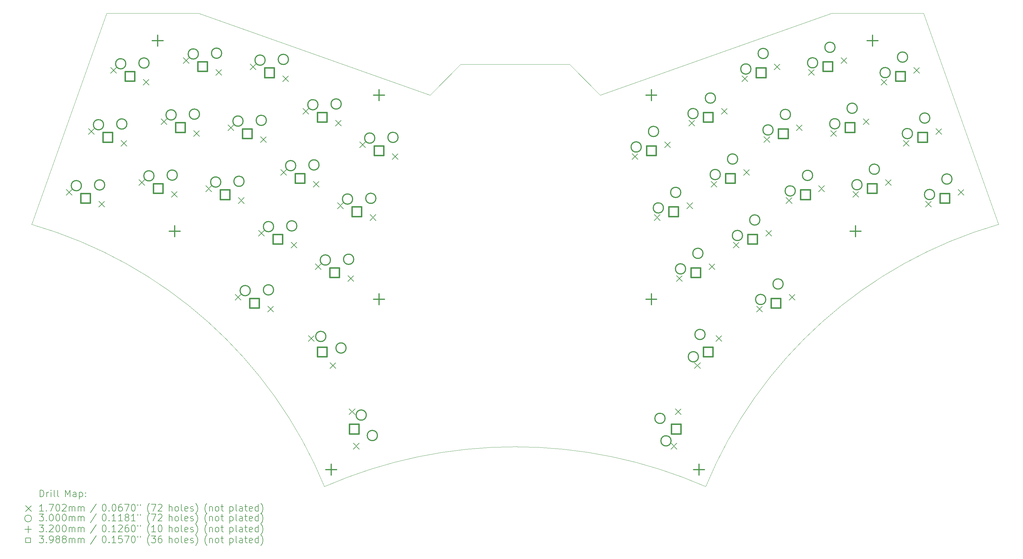
<source format=gbr>
%TF.GenerationSoftware,KiCad,Pcbnew,(7.0.0)*%
%TF.CreationDate,2023-03-04T17:22:30-05:00*%
%TF.ProjectId,pteropus,70746572-6f70-4757-932e-6b696361645f,rev?*%
%TF.SameCoordinates,Original*%
%TF.FileFunction,Drillmap*%
%TF.FilePolarity,Positive*%
%FSLAX45Y45*%
G04 Gerber Fmt 4.5, Leading zero omitted, Abs format (unit mm)*
G04 Created by KiCad (PCBNEW (7.0.0)) date 2023-03-04 17:22:30*
%MOMM*%
%LPD*%
G01*
G04 APERTURE LIST*
%ADD10C,0.100000*%
%ADD11C,0.200000*%
%ADD12C,0.170180*%
%ADD13C,0.300000*%
%ADD14C,0.320000*%
%ADD15C,0.398780*%
G04 APERTURE END LIST*
D10*
X-9300000Y1900000D02*
X-12000000Y1900000D01*
X5600000Y-12000000D02*
G75*
G03*
X-5600000Y-12000000I-5600000J-12823065D01*
G01*
X12000000Y1900000D02*
X14200000Y-4300000D01*
X9300000Y1900000D02*
X12000000Y1900000D01*
X2500000Y-500000D02*
X1600000Y400000D01*
X-9300000Y1900000D02*
X-2500000Y-500000D01*
X14200000Y-4300000D02*
G75*
G03*
X5600000Y-12000000I3659096J-12739380D01*
G01*
X-1600000Y400000D02*
X1600000Y400000D01*
X-2500000Y-500000D02*
X-1600000Y400000D01*
X-5600000Y-12000000D02*
G75*
G03*
X-14200000Y-4300000I-12259096J-5039380D01*
G01*
X-12000000Y1900000D02*
X-14200000Y-4300000D01*
X2500000Y-500000D02*
X9300000Y1900000D01*
D11*
D12*
X-13179954Y-3271364D02*
X-13009774Y-3441544D01*
X-13009774Y-3271364D02*
X-13179954Y-3441544D01*
X-12528454Y-1481264D02*
X-12358274Y-1651444D01*
X-12358274Y-1481264D02*
X-12528454Y-1651444D01*
X-12225226Y-3618856D02*
X-12055046Y-3789036D01*
X-12055046Y-3618856D02*
X-12225226Y-3789036D01*
X-11876854Y308836D02*
X-11706674Y138656D01*
X-11706674Y308836D02*
X-11876854Y138656D01*
X-11573726Y-1828756D02*
X-11403546Y-1998936D01*
X-11403546Y-1828756D02*
X-11573726Y-1998936D01*
X-11047854Y-2983264D02*
X-10877674Y-3153444D01*
X-10877674Y-2983264D02*
X-11047854Y-3153444D01*
X-10922126Y-38656D02*
X-10751946Y-208836D01*
X-10751946Y-38656D02*
X-10922126Y-208836D01*
X-10396254Y-1193164D02*
X-10226074Y-1363344D01*
X-10226074Y-1193164D02*
X-10396254Y-1363344D01*
X-10093126Y-3330756D02*
X-9922946Y-3500936D01*
X-9922946Y-3330756D02*
X-10093126Y-3500936D01*
X-9744754Y596936D02*
X-9574574Y426756D01*
X-9574574Y596936D02*
X-9744754Y426756D01*
X-9441526Y-1540656D02*
X-9271346Y-1710836D01*
X-9271346Y-1540656D02*
X-9441526Y-1710836D01*
X-9086654Y-3164964D02*
X-8916474Y-3335144D01*
X-8916474Y-3164964D02*
X-9086654Y-3335144D01*
X-8790026Y249444D02*
X-8619846Y79264D01*
X-8619846Y249444D02*
X-8790026Y79264D01*
X-8431954Y-1374864D02*
X-8261774Y-1545044D01*
X-8261774Y-1374864D02*
X-8431954Y-1545044D01*
X-8220054Y-6353664D02*
X-8049874Y-6523844D01*
X-8049874Y-6353664D02*
X-8220054Y-6523844D01*
X-8131926Y-3512456D02*
X-7961746Y-3682636D01*
X-7961746Y-3512456D02*
X-8131926Y-3682636D01*
X-7783554Y415236D02*
X-7613374Y245056D01*
X-7613374Y415236D02*
X-7783554Y245056D01*
X-7535954Y-4474264D02*
X-7365774Y-4644444D01*
X-7365774Y-4474264D02*
X-7535954Y-4644444D01*
X-7477226Y-1722356D02*
X-7307046Y-1892536D01*
X-7307046Y-1722356D02*
X-7477226Y-1892536D01*
X-7265326Y-6701156D02*
X-7095146Y-6871336D01*
X-7095146Y-6701156D02*
X-7265326Y-6871336D01*
X-6884454Y-2684164D02*
X-6714274Y-2854344D01*
X-6714274Y-2684164D02*
X-6884454Y-2854344D01*
X-6828826Y67744D02*
X-6658646Y-102436D01*
X-6658646Y67744D02*
X-6828826Y-102436D01*
X-6581226Y-4821756D02*
X-6411046Y-4991936D01*
X-6411046Y-4821756D02*
X-6581226Y-4991936D01*
X-6232854Y-894064D02*
X-6062674Y-1064244D01*
X-6062674Y-894064D02*
X-6232854Y-1064244D01*
X-6071103Y-7562349D02*
X-5900923Y-7732529D01*
X-5900923Y-7562349D02*
X-6071103Y-7732529D01*
X-5929726Y-3031656D02*
X-5759546Y-3201836D01*
X-5759546Y-3031656D02*
X-5929726Y-3201836D01*
X-5865554Y-5454764D02*
X-5695374Y-5624944D01*
X-5695374Y-5454764D02*
X-5865554Y-5624944D01*
X-5439877Y-8358471D02*
X-5269697Y-8528651D01*
X-5269697Y-8358471D02*
X-5439877Y-8528651D01*
X-5278126Y-1241556D02*
X-5107946Y-1411736D01*
X-5107946Y-1241556D02*
X-5278126Y-1411736D01*
X-5214054Y-3664564D02*
X-5043874Y-3834744D01*
X-5043874Y-3664564D02*
X-5214054Y-3834744D01*
X-4910826Y-5802256D02*
X-4740646Y-5972436D01*
X-4740646Y-5802256D02*
X-4910826Y-5972436D01*
X-4873827Y-9717694D02*
X-4703647Y-9887874D01*
X-4703647Y-9717694D02*
X-4873827Y-9887874D01*
X-4753353Y-10726526D02*
X-4583173Y-10896706D01*
X-4583173Y-10726526D02*
X-4753353Y-10896706D01*
X-4562454Y-1874464D02*
X-4392274Y-2044644D01*
X-4392274Y-1874464D02*
X-4562454Y-2044644D01*
X-4259326Y-4012056D02*
X-4089146Y-4182236D01*
X-4089146Y-4012056D02*
X-4259326Y-4182236D01*
X-3607726Y-2221956D02*
X-3437546Y-2392136D01*
X-3437546Y-2221956D02*
X-3607726Y-2392136D01*
X3437546Y-2221956D02*
X3607726Y-2392136D01*
X3607726Y-2221956D02*
X3437546Y-2392136D01*
X4089046Y-4012056D02*
X4259226Y-4182236D01*
X4259226Y-4012056D02*
X4089046Y-4182236D01*
X4392274Y-1874464D02*
X4562454Y-2044644D01*
X4562454Y-1874464D02*
X4392274Y-2044644D01*
X4583073Y-10726526D02*
X4753253Y-10896706D01*
X4753253Y-10726526D02*
X4583073Y-10896706D01*
X4703547Y-9717694D02*
X4873727Y-9887874D01*
X4873727Y-9717694D02*
X4703547Y-9887874D01*
X4740646Y-5802256D02*
X4910826Y-5972436D01*
X4910826Y-5802256D02*
X4740646Y-5972436D01*
X5043774Y-3664564D02*
X5213954Y-3834744D01*
X5213954Y-3664564D02*
X5043774Y-3834744D01*
X5107946Y-1241556D02*
X5278126Y-1411736D01*
X5278126Y-1241556D02*
X5107946Y-1411736D01*
X5269597Y-8358471D02*
X5439777Y-8528651D01*
X5439777Y-8358471D02*
X5269597Y-8528651D01*
X5695374Y-5454764D02*
X5865554Y-5624944D01*
X5865554Y-5454764D02*
X5695374Y-5624944D01*
X5759446Y-3031656D02*
X5929626Y-3201836D01*
X5929626Y-3031656D02*
X5759446Y-3201836D01*
X5900823Y-7562349D02*
X6071003Y-7732529D01*
X6071003Y-7562349D02*
X5900823Y-7732529D01*
X6062674Y-894064D02*
X6232854Y-1064244D01*
X6232854Y-894064D02*
X6062674Y-1064244D01*
X6411046Y-4821756D02*
X6581226Y-4991936D01*
X6581226Y-4821756D02*
X6411046Y-4991936D01*
X6658646Y67744D02*
X6828826Y-102436D01*
X6828826Y67744D02*
X6658646Y-102436D01*
X6714174Y-2684164D02*
X6884354Y-2854344D01*
X6884354Y-2684164D02*
X6714174Y-2854344D01*
X7095046Y-6701156D02*
X7265226Y-6871336D01*
X7265226Y-6701156D02*
X7095046Y-6871336D01*
X7310146Y-1722356D02*
X7480326Y-1892536D01*
X7480326Y-1722356D02*
X7310146Y-1892536D01*
X7365774Y-4474264D02*
X7535954Y-4644444D01*
X7535954Y-4474264D02*
X7365774Y-4644444D01*
X7613374Y415236D02*
X7783554Y245056D01*
X7783554Y415236D02*
X7613374Y245056D01*
X7961746Y-3512456D02*
X8131926Y-3682636D01*
X8131926Y-3512456D02*
X7961746Y-3682636D01*
X8049774Y-6353664D02*
X8219954Y-6523844D01*
X8219954Y-6353664D02*
X8049774Y-6523844D01*
X8264874Y-1374864D02*
X8435054Y-1545044D01*
X8435054Y-1374864D02*
X8264874Y-1545044D01*
X8619746Y249444D02*
X8789926Y79264D01*
X8789926Y249444D02*
X8619746Y79264D01*
X8916474Y-3164964D02*
X9086654Y-3335144D01*
X9086654Y-3164964D02*
X8916474Y-3335144D01*
X9271246Y-1540656D02*
X9441426Y-1710836D01*
X9441426Y-1540656D02*
X9271246Y-1710836D01*
X9574474Y596936D02*
X9744654Y426756D01*
X9744654Y596936D02*
X9574474Y426756D01*
X9922846Y-3330756D02*
X10093026Y-3500936D01*
X10093026Y-3330756D02*
X9922846Y-3500936D01*
X10225974Y-1193164D02*
X10396154Y-1363344D01*
X10396154Y-1193164D02*
X10225974Y-1363344D01*
X10751846Y-38656D02*
X10922026Y-208836D01*
X10922026Y-38656D02*
X10751846Y-208836D01*
X10877574Y-2983264D02*
X11047754Y-3153444D01*
X11047754Y-2983264D02*
X10877574Y-3153444D01*
X11403446Y-1828756D02*
X11573626Y-1998936D01*
X11573626Y-1828756D02*
X11403446Y-1998936D01*
X11706574Y308836D02*
X11876754Y138656D01*
X11876754Y308836D02*
X11706574Y138656D01*
X12054946Y-3618856D02*
X12225126Y-3789036D01*
X12225126Y-3618856D02*
X12054946Y-3789036D01*
X12358174Y-1481264D02*
X12528354Y-1651444D01*
X12528354Y-1481264D02*
X12358174Y-1651444D01*
X13009674Y-3271364D02*
X13179854Y-3441544D01*
X13179854Y-3271364D02*
X13009674Y-3441544D01*
D13*
X-12738650Y-3161208D02*
G75*
G03*
X-12738650Y-3161208I-150000J0D01*
G01*
X-12087150Y-1371108D02*
G75*
G03*
X-12087150Y-1371108I-150000J0D01*
G01*
X-12055072Y-3139709D02*
G75*
G03*
X-12055072Y-3139709I-150000J0D01*
G01*
X-11435550Y418992D02*
G75*
G03*
X-11435550Y418992I-150000J0D01*
G01*
X-11403572Y-1349609D02*
G75*
G03*
X-11403572Y-1349609I-150000J0D01*
G01*
X-10751972Y440491D02*
G75*
G03*
X-10751972Y440491I-150000J0D01*
G01*
X-10606550Y-2873108D02*
G75*
G03*
X-10606550Y-2873108I-150000J0D01*
G01*
X-9954950Y-1083008D02*
G75*
G03*
X-9954950Y-1083008I-150000J0D01*
G01*
X-9922972Y-2851609D02*
G75*
G03*
X-9922972Y-2851609I-150000J0D01*
G01*
X-9303450Y707092D02*
G75*
G03*
X-9303450Y707092I-150000J0D01*
G01*
X-9271372Y-1061509D02*
G75*
G03*
X-9271372Y-1061509I-150000J0D01*
G01*
X-8645350Y-3054808D02*
G75*
G03*
X-8645350Y-3054808I-150000J0D01*
G01*
X-8619872Y728591D02*
G75*
G03*
X-8619872Y728591I-150000J0D01*
G01*
X-7990650Y-1264708D02*
G75*
G03*
X-7990650Y-1264708I-150000J0D01*
G01*
X-7961772Y-3033309D02*
G75*
G03*
X-7961772Y-3033309I-150000J0D01*
G01*
X-7778750Y-6243508D02*
G75*
G03*
X-7778750Y-6243508I-150000J0D01*
G01*
X-7342250Y525392D02*
G75*
G03*
X-7342250Y525392I-150000J0D01*
G01*
X-7307072Y-1243209D02*
G75*
G03*
X-7307072Y-1243209I-150000J0D01*
G01*
X-7095172Y-6222009D02*
G75*
G03*
X-7095172Y-6222009I-150000J0D01*
G01*
X-7094650Y-4364108D02*
G75*
G03*
X-7094650Y-4364108I-150000J0D01*
G01*
X-6658672Y546891D02*
G75*
G03*
X-6658672Y546891I-150000J0D01*
G01*
X-6443150Y-2574008D02*
G75*
G03*
X-6443150Y-2574008I-150000J0D01*
G01*
X-6411072Y-4342609D02*
G75*
G03*
X-6411072Y-4342609I-150000J0D01*
G01*
X-5791550Y-783908D02*
G75*
G03*
X-5791550Y-783908I-150000J0D01*
G01*
X-5759572Y-2552509D02*
G75*
G03*
X-5759572Y-2552509I-150000J0D01*
G01*
X-5558079Y-7589148D02*
G75*
G03*
X-5558079Y-7589148I-150000J0D01*
G01*
X-5424250Y-5344608D02*
G75*
G03*
X-5424250Y-5344608I-150000J0D01*
G01*
X-5107972Y-762409D02*
G75*
G03*
X-5107972Y-762409I-150000J0D01*
G01*
X-4964533Y-7928918D02*
G75*
G03*
X-4964533Y-7928918I-150000J0D01*
G01*
X-4772750Y-3554408D02*
G75*
G03*
X-4772750Y-3554408I-150000J0D01*
G01*
X-4740672Y-5323109D02*
G75*
G03*
X-4740672Y-5323109I-150000J0D01*
G01*
X-4371470Y-9898769D02*
G75*
G03*
X-4371470Y-9898769I-150000J0D01*
G01*
X-4121150Y-1764308D02*
G75*
G03*
X-4121150Y-1764308I-150000J0D01*
G01*
X-4089172Y-3532909D02*
G75*
G03*
X-4089172Y-3532909I-150000J0D01*
G01*
X-4043965Y-10499171D02*
G75*
G03*
X-4043965Y-10499171I-150000J0D01*
G01*
X-3437572Y-1742809D02*
G75*
G03*
X-3437572Y-1742809I-150000J0D01*
G01*
X3705104Y-2024928D02*
G75*
G03*
X3705104Y-2024928I-150000J0D01*
G01*
X4214936Y-1569063D02*
G75*
G03*
X4214936Y-1569063I-150000J0D01*
G01*
X4356604Y-3815028D02*
G75*
G03*
X4356604Y-3815028I-150000J0D01*
G01*
X4404103Y-9994755D02*
G75*
G03*
X4404103Y-9994755I-150000J0D01*
G01*
X4581014Y-10655393D02*
G75*
G03*
X4581014Y-10655393I-150000J0D01*
G01*
X4866436Y-3359163D02*
G75*
G03*
X4866436Y-3359163I-150000J0D01*
G01*
X5008204Y-5605228D02*
G75*
G03*
X5008204Y-5605228I-150000J0D01*
G01*
X5375504Y-1044528D02*
G75*
G03*
X5375504Y-1044528I-150000J0D01*
G01*
X5384560Y-8186240D02*
G75*
G03*
X5384560Y-8186240I-150000J0D01*
G01*
X5518036Y-5149363D02*
G75*
G03*
X5518036Y-5149363I-150000J0D01*
G01*
X5580045Y-7530857D02*
G75*
G03*
X5580045Y-7530857I-150000J0D01*
G01*
X5885336Y-588663D02*
G75*
G03*
X5885336Y-588663I-150000J0D01*
G01*
X6027004Y-2834628D02*
G75*
G03*
X6027004Y-2834628I-150000J0D01*
G01*
X6536836Y-2378763D02*
G75*
G03*
X6536836Y-2378763I-150000J0D01*
G01*
X6678604Y-4624728D02*
G75*
G03*
X6678604Y-4624728I-150000J0D01*
G01*
X6926204Y264772D02*
G75*
G03*
X6926204Y264772I-150000J0D01*
G01*
X7188436Y-4168863D02*
G75*
G03*
X7188436Y-4168863I-150000J0D01*
G01*
X7362604Y-6504128D02*
G75*
G03*
X7362604Y-6504128I-150000J0D01*
G01*
X7436036Y720637D02*
G75*
G03*
X7436036Y720637I-150000J0D01*
G01*
X7577704Y-1525328D02*
G75*
G03*
X7577704Y-1525328I-150000J0D01*
G01*
X7872436Y-6048263D02*
G75*
G03*
X7872436Y-6048263I-150000J0D01*
G01*
X8087536Y-1069463D02*
G75*
G03*
X8087536Y-1069463I-150000J0D01*
G01*
X8229304Y-3315428D02*
G75*
G03*
X8229304Y-3315428I-150000J0D01*
G01*
X8739136Y-2859563D02*
G75*
G03*
X8739136Y-2859563I-150000J0D01*
G01*
X8887304Y446472D02*
G75*
G03*
X8887304Y446472I-150000J0D01*
G01*
X9397136Y902337D02*
G75*
G03*
X9397136Y902337I-150000J0D01*
G01*
X9538804Y-1343628D02*
G75*
G03*
X9538804Y-1343628I-150000J0D01*
G01*
X10048636Y-887763D02*
G75*
G03*
X10048636Y-887763I-150000J0D01*
G01*
X10190404Y-3133728D02*
G75*
G03*
X10190404Y-3133728I-150000J0D01*
G01*
X10700236Y-2677863D02*
G75*
G03*
X10700236Y-2677863I-150000J0D01*
G01*
X11019404Y158372D02*
G75*
G03*
X11019404Y158372I-150000J0D01*
G01*
X11529236Y614237D02*
G75*
G03*
X11529236Y614237I-150000J0D01*
G01*
X11671004Y-1631728D02*
G75*
G03*
X11671004Y-1631728I-150000J0D01*
G01*
X12180836Y-1175863D02*
G75*
G03*
X12180836Y-1175863I-150000J0D01*
G01*
X12322504Y-3421828D02*
G75*
G03*
X12322504Y-3421828I-150000J0D01*
G01*
X12832336Y-2965963D02*
G75*
G03*
X12832336Y-2965963I-150000J0D01*
G01*
D14*
X-10500000Y1260000D02*
X-10500000Y940000D01*
X-10660000Y1100000D02*
X-10340000Y1100000D01*
X-10000000Y-4340000D02*
X-10000000Y-4660000D01*
X-10160000Y-4500000D02*
X-9840000Y-4500000D01*
X-5400000Y-11340000D02*
X-5400000Y-11660000D01*
X-5560000Y-11500000D02*
X-5240000Y-11500000D01*
X-4000000Y-340000D02*
X-4000000Y-660000D01*
X-4160000Y-500000D02*
X-3840000Y-500000D01*
X-4000000Y-6340000D02*
X-4000000Y-6660000D01*
X-4160000Y-6500000D02*
X-3840000Y-6500000D01*
X4000000Y-340000D02*
X4000000Y-660000D01*
X3840000Y-500000D02*
X4160000Y-500000D01*
X4000000Y-6340000D02*
X4000000Y-6660000D01*
X3840000Y-6500000D02*
X4160000Y-6500000D01*
X5400000Y-11340000D02*
X5400000Y-11660000D01*
X5240000Y-11500000D02*
X5560000Y-11500000D01*
X10000000Y-4340000D02*
X10000000Y-4660000D01*
X9840000Y-4500000D02*
X10160000Y-4500000D01*
X10500000Y1260000D02*
X10500000Y940000D01*
X10340000Y1100000D02*
X10660000Y1100000D01*
D15*
X-12476509Y-3671191D02*
X-12476509Y-3389209D01*
X-12758491Y-3389209D01*
X-12758491Y-3671191D01*
X-12476509Y-3671191D01*
X-11825009Y-1881091D02*
X-11825009Y-1599109D01*
X-12106991Y-1599109D01*
X-12106991Y-1881091D01*
X-11825009Y-1881091D01*
X-11173409Y-90991D02*
X-11173409Y190991D01*
X-11455391Y190991D01*
X-11455391Y-90991D01*
X-11173409Y-90991D01*
X-10344409Y-3383091D02*
X-10344409Y-3101109D01*
X-10626391Y-3101109D01*
X-10626391Y-3383091D01*
X-10344409Y-3383091D01*
X-9692809Y-1592991D02*
X-9692809Y-1311009D01*
X-9974791Y-1311009D01*
X-9974791Y-1592991D01*
X-9692809Y-1592991D01*
X-9041309Y197109D02*
X-9041309Y479091D01*
X-9323291Y479091D01*
X-9323291Y197109D01*
X-9041309Y197109D01*
X-8383209Y-3564791D02*
X-8383209Y-3282809D01*
X-8665191Y-3282809D01*
X-8665191Y-3564791D01*
X-8383209Y-3564791D01*
X-7728509Y-1774691D02*
X-7728509Y-1492709D01*
X-8010491Y-1492709D01*
X-8010491Y-1774691D01*
X-7728509Y-1774691D01*
X-7516609Y-6753491D02*
X-7516609Y-6471509D01*
X-7798591Y-6471509D01*
X-7798591Y-6753491D01*
X-7516609Y-6753491D01*
X-7080109Y15409D02*
X-7080109Y297391D01*
X-7362091Y297391D01*
X-7362091Y15409D01*
X-7080109Y15409D01*
X-6832509Y-4874091D02*
X-6832509Y-4592109D01*
X-7114491Y-4592109D01*
X-7114491Y-4874091D01*
X-6832509Y-4874091D01*
X-6181009Y-3083991D02*
X-6181009Y-2802009D01*
X-6462991Y-2802009D01*
X-6462991Y-3083991D01*
X-6181009Y-3083991D01*
X-5529409Y-1293891D02*
X-5529409Y-1011909D01*
X-5811391Y-1011909D01*
X-5811391Y-1293891D01*
X-5529409Y-1293891D01*
X-5529409Y-8186491D02*
X-5529409Y-7904509D01*
X-5811391Y-7904509D01*
X-5811391Y-8186491D01*
X-5529409Y-8186491D01*
X-5162109Y-5854591D02*
X-5162109Y-5572609D01*
X-5444091Y-5572609D01*
X-5444091Y-5854591D01*
X-5162109Y-5854591D01*
X-4587509Y-10448191D02*
X-4587509Y-10166209D01*
X-4869491Y-10166209D01*
X-4869491Y-10448191D01*
X-4587509Y-10448191D01*
X-4510609Y-4064391D02*
X-4510609Y-3782409D01*
X-4792591Y-3782409D01*
X-4792591Y-4064391D01*
X-4510609Y-4064391D01*
X-3859009Y-2274291D02*
X-3859009Y-1992309D01*
X-4140991Y-1992309D01*
X-4140991Y-2274291D01*
X-3859009Y-2274291D01*
X4140991Y-2274291D02*
X4140991Y-1992309D01*
X3859009Y-1992309D01*
X3859009Y-2274291D01*
X4140991Y-2274291D01*
X4792491Y-4064391D02*
X4792491Y-3782409D01*
X4510509Y-3782409D01*
X4510509Y-4064391D01*
X4792491Y-4064391D01*
X4869391Y-10448191D02*
X4869391Y-10166209D01*
X4587409Y-10166209D01*
X4587409Y-10448191D01*
X4869391Y-10448191D01*
X5444091Y-5854591D02*
X5444091Y-5572609D01*
X5162109Y-5572609D01*
X5162109Y-5854591D01*
X5444091Y-5854591D01*
X5811291Y-8186491D02*
X5811291Y-7904509D01*
X5529309Y-7904509D01*
X5529309Y-8186491D01*
X5811291Y-8186491D01*
X5811391Y-1293891D02*
X5811391Y-1011909D01*
X5529409Y-1011909D01*
X5529409Y-1293891D01*
X5811391Y-1293891D01*
X6462891Y-3083991D02*
X6462891Y-2802009D01*
X6180909Y-2802009D01*
X6180909Y-3083991D01*
X6462891Y-3083991D01*
X7114491Y-4874091D02*
X7114491Y-4592109D01*
X6832509Y-4592109D01*
X6832509Y-4874091D01*
X7114491Y-4874091D01*
X7362091Y15409D02*
X7362091Y297391D01*
X7080109Y297391D01*
X7080109Y15409D01*
X7362091Y15409D01*
X7798491Y-6753491D02*
X7798491Y-6471509D01*
X7516509Y-6471509D01*
X7516509Y-6753491D01*
X7798491Y-6753491D01*
X8013591Y-1774691D02*
X8013591Y-1492709D01*
X7731609Y-1492709D01*
X7731609Y-1774691D01*
X8013591Y-1774691D01*
X8665191Y-3564791D02*
X8665191Y-3282809D01*
X8383209Y-3282809D01*
X8383209Y-3564791D01*
X8665191Y-3564791D01*
X9323191Y197109D02*
X9323191Y479091D01*
X9041209Y479091D01*
X9041209Y197109D01*
X9323191Y197109D01*
X9974691Y-1592991D02*
X9974691Y-1311009D01*
X9692709Y-1311009D01*
X9692709Y-1592991D01*
X9974691Y-1592991D01*
X10626291Y-3383091D02*
X10626291Y-3101109D01*
X10344309Y-3101109D01*
X10344309Y-3383091D01*
X10626291Y-3383091D01*
X11455291Y-90991D02*
X11455291Y190991D01*
X11173309Y190991D01*
X11173309Y-90991D01*
X11455291Y-90991D01*
X12106891Y-1881091D02*
X12106891Y-1599109D01*
X11824909Y-1599109D01*
X11824909Y-1881091D01*
X12106891Y-1881091D01*
X12758391Y-3671191D02*
X12758391Y-3389209D01*
X12476409Y-3389209D01*
X12476409Y-3671191D01*
X12758391Y-3671191D01*
D11*
X-13957381Y-12298476D02*
X-13957381Y-12098476D01*
X-13957381Y-12098476D02*
X-13909762Y-12098476D01*
X-13909762Y-12098476D02*
X-13881190Y-12108000D01*
X-13881190Y-12108000D02*
X-13862143Y-12127048D01*
X-13862143Y-12127048D02*
X-13852619Y-12146095D01*
X-13852619Y-12146095D02*
X-13843095Y-12184190D01*
X-13843095Y-12184190D02*
X-13843095Y-12212762D01*
X-13843095Y-12212762D02*
X-13852619Y-12250857D01*
X-13852619Y-12250857D02*
X-13862143Y-12269905D01*
X-13862143Y-12269905D02*
X-13881190Y-12288952D01*
X-13881190Y-12288952D02*
X-13909762Y-12298476D01*
X-13909762Y-12298476D02*
X-13957381Y-12298476D01*
X-13757381Y-12298476D02*
X-13757381Y-12165143D01*
X-13757381Y-12203238D02*
X-13747857Y-12184190D01*
X-13747857Y-12184190D02*
X-13738333Y-12174667D01*
X-13738333Y-12174667D02*
X-13719286Y-12165143D01*
X-13719286Y-12165143D02*
X-13700238Y-12165143D01*
X-13633571Y-12298476D02*
X-13633571Y-12165143D01*
X-13633571Y-12098476D02*
X-13643095Y-12108000D01*
X-13643095Y-12108000D02*
X-13633571Y-12117524D01*
X-13633571Y-12117524D02*
X-13624048Y-12108000D01*
X-13624048Y-12108000D02*
X-13633571Y-12098476D01*
X-13633571Y-12098476D02*
X-13633571Y-12117524D01*
X-13509762Y-12298476D02*
X-13528809Y-12288952D01*
X-13528809Y-12288952D02*
X-13538333Y-12269905D01*
X-13538333Y-12269905D02*
X-13538333Y-12098476D01*
X-13405000Y-12298476D02*
X-13424048Y-12288952D01*
X-13424048Y-12288952D02*
X-13433571Y-12269905D01*
X-13433571Y-12269905D02*
X-13433571Y-12098476D01*
X-13208809Y-12298476D02*
X-13208809Y-12098476D01*
X-13208809Y-12098476D02*
X-13142143Y-12241333D01*
X-13142143Y-12241333D02*
X-13075476Y-12098476D01*
X-13075476Y-12098476D02*
X-13075476Y-12298476D01*
X-12894524Y-12298476D02*
X-12894524Y-12193714D01*
X-12894524Y-12193714D02*
X-12904048Y-12174667D01*
X-12904048Y-12174667D02*
X-12923095Y-12165143D01*
X-12923095Y-12165143D02*
X-12961190Y-12165143D01*
X-12961190Y-12165143D02*
X-12980238Y-12174667D01*
X-12894524Y-12288952D02*
X-12913571Y-12298476D01*
X-12913571Y-12298476D02*
X-12961190Y-12298476D01*
X-12961190Y-12298476D02*
X-12980238Y-12288952D01*
X-12980238Y-12288952D02*
X-12989762Y-12269905D01*
X-12989762Y-12269905D02*
X-12989762Y-12250857D01*
X-12989762Y-12250857D02*
X-12980238Y-12231809D01*
X-12980238Y-12231809D02*
X-12961190Y-12222286D01*
X-12961190Y-12222286D02*
X-12913571Y-12222286D01*
X-12913571Y-12222286D02*
X-12894524Y-12212762D01*
X-12799286Y-12165143D02*
X-12799286Y-12365143D01*
X-12799286Y-12174667D02*
X-12780238Y-12165143D01*
X-12780238Y-12165143D02*
X-12742143Y-12165143D01*
X-12742143Y-12165143D02*
X-12723095Y-12174667D01*
X-12723095Y-12174667D02*
X-12713571Y-12184190D01*
X-12713571Y-12184190D02*
X-12704048Y-12203238D01*
X-12704048Y-12203238D02*
X-12704048Y-12260381D01*
X-12704048Y-12260381D02*
X-12713571Y-12279428D01*
X-12713571Y-12279428D02*
X-12723095Y-12288952D01*
X-12723095Y-12288952D02*
X-12742143Y-12298476D01*
X-12742143Y-12298476D02*
X-12780238Y-12298476D01*
X-12780238Y-12298476D02*
X-12799286Y-12288952D01*
X-12618333Y-12279428D02*
X-12608809Y-12288952D01*
X-12608809Y-12288952D02*
X-12618333Y-12298476D01*
X-12618333Y-12298476D02*
X-12627857Y-12288952D01*
X-12627857Y-12288952D02*
X-12618333Y-12279428D01*
X-12618333Y-12279428D02*
X-12618333Y-12298476D01*
X-12618333Y-12174667D02*
X-12608809Y-12184190D01*
X-12608809Y-12184190D02*
X-12618333Y-12193714D01*
X-12618333Y-12193714D02*
X-12627857Y-12184190D01*
X-12627857Y-12184190D02*
X-12618333Y-12174667D01*
X-12618333Y-12174667D02*
X-12618333Y-12193714D01*
D12*
X-14375180Y-12559910D02*
X-14205000Y-12730090D01*
X-14205000Y-12559910D02*
X-14375180Y-12730090D01*
D11*
X-13852619Y-12718476D02*
X-13966905Y-12718476D01*
X-13909762Y-12718476D02*
X-13909762Y-12518476D01*
X-13909762Y-12518476D02*
X-13928809Y-12547048D01*
X-13928809Y-12547048D02*
X-13947857Y-12566095D01*
X-13947857Y-12566095D02*
X-13966905Y-12575619D01*
X-13766905Y-12699428D02*
X-13757381Y-12708952D01*
X-13757381Y-12708952D02*
X-13766905Y-12718476D01*
X-13766905Y-12718476D02*
X-13776428Y-12708952D01*
X-13776428Y-12708952D02*
X-13766905Y-12699428D01*
X-13766905Y-12699428D02*
X-13766905Y-12718476D01*
X-13690714Y-12518476D02*
X-13557381Y-12518476D01*
X-13557381Y-12518476D02*
X-13643095Y-12718476D01*
X-13443095Y-12518476D02*
X-13424047Y-12518476D01*
X-13424047Y-12518476D02*
X-13405000Y-12528000D01*
X-13405000Y-12528000D02*
X-13395476Y-12537524D01*
X-13395476Y-12537524D02*
X-13385952Y-12556571D01*
X-13385952Y-12556571D02*
X-13376428Y-12594667D01*
X-13376428Y-12594667D02*
X-13376428Y-12642286D01*
X-13376428Y-12642286D02*
X-13385952Y-12680381D01*
X-13385952Y-12680381D02*
X-13395476Y-12699428D01*
X-13395476Y-12699428D02*
X-13405000Y-12708952D01*
X-13405000Y-12708952D02*
X-13424047Y-12718476D01*
X-13424047Y-12718476D02*
X-13443095Y-12718476D01*
X-13443095Y-12718476D02*
X-13462143Y-12708952D01*
X-13462143Y-12708952D02*
X-13471667Y-12699428D01*
X-13471667Y-12699428D02*
X-13481190Y-12680381D01*
X-13481190Y-12680381D02*
X-13490714Y-12642286D01*
X-13490714Y-12642286D02*
X-13490714Y-12594667D01*
X-13490714Y-12594667D02*
X-13481190Y-12556571D01*
X-13481190Y-12556571D02*
X-13471667Y-12537524D01*
X-13471667Y-12537524D02*
X-13462143Y-12528000D01*
X-13462143Y-12528000D02*
X-13443095Y-12518476D01*
X-13300238Y-12537524D02*
X-13290714Y-12528000D01*
X-13290714Y-12528000D02*
X-13271667Y-12518476D01*
X-13271667Y-12518476D02*
X-13224047Y-12518476D01*
X-13224047Y-12518476D02*
X-13205000Y-12528000D01*
X-13205000Y-12528000D02*
X-13195476Y-12537524D01*
X-13195476Y-12537524D02*
X-13185952Y-12556571D01*
X-13185952Y-12556571D02*
X-13185952Y-12575619D01*
X-13185952Y-12575619D02*
X-13195476Y-12604190D01*
X-13195476Y-12604190D02*
X-13309762Y-12718476D01*
X-13309762Y-12718476D02*
X-13185952Y-12718476D01*
X-13100238Y-12718476D02*
X-13100238Y-12585143D01*
X-13100238Y-12604190D02*
X-13090714Y-12594667D01*
X-13090714Y-12594667D02*
X-13071667Y-12585143D01*
X-13071667Y-12585143D02*
X-13043095Y-12585143D01*
X-13043095Y-12585143D02*
X-13024047Y-12594667D01*
X-13024047Y-12594667D02*
X-13014524Y-12613714D01*
X-13014524Y-12613714D02*
X-13014524Y-12718476D01*
X-13014524Y-12613714D02*
X-13005000Y-12594667D01*
X-13005000Y-12594667D02*
X-12985952Y-12585143D01*
X-12985952Y-12585143D02*
X-12957381Y-12585143D01*
X-12957381Y-12585143D02*
X-12938333Y-12594667D01*
X-12938333Y-12594667D02*
X-12928809Y-12613714D01*
X-12928809Y-12613714D02*
X-12928809Y-12718476D01*
X-12833571Y-12718476D02*
X-12833571Y-12585143D01*
X-12833571Y-12604190D02*
X-12824047Y-12594667D01*
X-12824047Y-12594667D02*
X-12805000Y-12585143D01*
X-12805000Y-12585143D02*
X-12776428Y-12585143D01*
X-12776428Y-12585143D02*
X-12757381Y-12594667D01*
X-12757381Y-12594667D02*
X-12747857Y-12613714D01*
X-12747857Y-12613714D02*
X-12747857Y-12718476D01*
X-12747857Y-12613714D02*
X-12738333Y-12594667D01*
X-12738333Y-12594667D02*
X-12719286Y-12585143D01*
X-12719286Y-12585143D02*
X-12690714Y-12585143D01*
X-12690714Y-12585143D02*
X-12671666Y-12594667D01*
X-12671666Y-12594667D02*
X-12662143Y-12613714D01*
X-12662143Y-12613714D02*
X-12662143Y-12718476D01*
X-12304047Y-12508952D02*
X-12475476Y-12766095D01*
X-12079286Y-12518476D02*
X-12060238Y-12518476D01*
X-12060238Y-12518476D02*
X-12041190Y-12528000D01*
X-12041190Y-12528000D02*
X-12031666Y-12537524D01*
X-12031666Y-12537524D02*
X-12022143Y-12556571D01*
X-12022143Y-12556571D02*
X-12012619Y-12594667D01*
X-12012619Y-12594667D02*
X-12012619Y-12642286D01*
X-12012619Y-12642286D02*
X-12022143Y-12680381D01*
X-12022143Y-12680381D02*
X-12031666Y-12699428D01*
X-12031666Y-12699428D02*
X-12041190Y-12708952D01*
X-12041190Y-12708952D02*
X-12060238Y-12718476D01*
X-12060238Y-12718476D02*
X-12079286Y-12718476D01*
X-12079286Y-12718476D02*
X-12098333Y-12708952D01*
X-12098333Y-12708952D02*
X-12107857Y-12699428D01*
X-12107857Y-12699428D02*
X-12117381Y-12680381D01*
X-12117381Y-12680381D02*
X-12126905Y-12642286D01*
X-12126905Y-12642286D02*
X-12126905Y-12594667D01*
X-12126905Y-12594667D02*
X-12117381Y-12556571D01*
X-12117381Y-12556571D02*
X-12107857Y-12537524D01*
X-12107857Y-12537524D02*
X-12098333Y-12528000D01*
X-12098333Y-12528000D02*
X-12079286Y-12518476D01*
X-11926905Y-12699428D02*
X-11917381Y-12708952D01*
X-11917381Y-12708952D02*
X-11926905Y-12718476D01*
X-11926905Y-12718476D02*
X-11936428Y-12708952D01*
X-11936428Y-12708952D02*
X-11926905Y-12699428D01*
X-11926905Y-12699428D02*
X-11926905Y-12718476D01*
X-11793571Y-12518476D02*
X-11774524Y-12518476D01*
X-11774524Y-12518476D02*
X-11755476Y-12528000D01*
X-11755476Y-12528000D02*
X-11745952Y-12537524D01*
X-11745952Y-12537524D02*
X-11736428Y-12556571D01*
X-11736428Y-12556571D02*
X-11726905Y-12594667D01*
X-11726905Y-12594667D02*
X-11726905Y-12642286D01*
X-11726905Y-12642286D02*
X-11736428Y-12680381D01*
X-11736428Y-12680381D02*
X-11745952Y-12699428D01*
X-11745952Y-12699428D02*
X-11755476Y-12708952D01*
X-11755476Y-12708952D02*
X-11774524Y-12718476D01*
X-11774524Y-12718476D02*
X-11793571Y-12718476D01*
X-11793571Y-12718476D02*
X-11812619Y-12708952D01*
X-11812619Y-12708952D02*
X-11822143Y-12699428D01*
X-11822143Y-12699428D02*
X-11831666Y-12680381D01*
X-11831666Y-12680381D02*
X-11841190Y-12642286D01*
X-11841190Y-12642286D02*
X-11841190Y-12594667D01*
X-11841190Y-12594667D02*
X-11831666Y-12556571D01*
X-11831666Y-12556571D02*
X-11822143Y-12537524D01*
X-11822143Y-12537524D02*
X-11812619Y-12528000D01*
X-11812619Y-12528000D02*
X-11793571Y-12518476D01*
X-11555476Y-12518476D02*
X-11593571Y-12518476D01*
X-11593571Y-12518476D02*
X-11612619Y-12528000D01*
X-11612619Y-12528000D02*
X-11622143Y-12537524D01*
X-11622143Y-12537524D02*
X-11641190Y-12566095D01*
X-11641190Y-12566095D02*
X-11650714Y-12604190D01*
X-11650714Y-12604190D02*
X-11650714Y-12680381D01*
X-11650714Y-12680381D02*
X-11641190Y-12699428D01*
X-11641190Y-12699428D02*
X-11631666Y-12708952D01*
X-11631666Y-12708952D02*
X-11612619Y-12718476D01*
X-11612619Y-12718476D02*
X-11574524Y-12718476D01*
X-11574524Y-12718476D02*
X-11555476Y-12708952D01*
X-11555476Y-12708952D02*
X-11545952Y-12699428D01*
X-11545952Y-12699428D02*
X-11536428Y-12680381D01*
X-11536428Y-12680381D02*
X-11536428Y-12632762D01*
X-11536428Y-12632762D02*
X-11545952Y-12613714D01*
X-11545952Y-12613714D02*
X-11555476Y-12604190D01*
X-11555476Y-12604190D02*
X-11574524Y-12594667D01*
X-11574524Y-12594667D02*
X-11612619Y-12594667D01*
X-11612619Y-12594667D02*
X-11631666Y-12604190D01*
X-11631666Y-12604190D02*
X-11641190Y-12613714D01*
X-11641190Y-12613714D02*
X-11650714Y-12632762D01*
X-11469762Y-12518476D02*
X-11336428Y-12518476D01*
X-11336428Y-12518476D02*
X-11422143Y-12718476D01*
X-11222143Y-12518476D02*
X-11203095Y-12518476D01*
X-11203095Y-12518476D02*
X-11184047Y-12528000D01*
X-11184047Y-12528000D02*
X-11174524Y-12537524D01*
X-11174524Y-12537524D02*
X-11165000Y-12556571D01*
X-11165000Y-12556571D02*
X-11155476Y-12594667D01*
X-11155476Y-12594667D02*
X-11155476Y-12642286D01*
X-11155476Y-12642286D02*
X-11165000Y-12680381D01*
X-11165000Y-12680381D02*
X-11174524Y-12699428D01*
X-11174524Y-12699428D02*
X-11184047Y-12708952D01*
X-11184047Y-12708952D02*
X-11203095Y-12718476D01*
X-11203095Y-12718476D02*
X-11222143Y-12718476D01*
X-11222143Y-12718476D02*
X-11241190Y-12708952D01*
X-11241190Y-12708952D02*
X-11250714Y-12699428D01*
X-11250714Y-12699428D02*
X-11260238Y-12680381D01*
X-11260238Y-12680381D02*
X-11269762Y-12642286D01*
X-11269762Y-12642286D02*
X-11269762Y-12594667D01*
X-11269762Y-12594667D02*
X-11260238Y-12556571D01*
X-11260238Y-12556571D02*
X-11250714Y-12537524D01*
X-11250714Y-12537524D02*
X-11241190Y-12528000D01*
X-11241190Y-12528000D02*
X-11222143Y-12518476D01*
X-11079286Y-12518476D02*
X-11079286Y-12556571D01*
X-11003095Y-12518476D02*
X-11003095Y-12556571D01*
X-10740238Y-12794667D02*
X-10749762Y-12785143D01*
X-10749762Y-12785143D02*
X-10768809Y-12756571D01*
X-10768809Y-12756571D02*
X-10778333Y-12737524D01*
X-10778333Y-12737524D02*
X-10787857Y-12708952D01*
X-10787857Y-12708952D02*
X-10797381Y-12661333D01*
X-10797381Y-12661333D02*
X-10797381Y-12623238D01*
X-10797381Y-12623238D02*
X-10787857Y-12575619D01*
X-10787857Y-12575619D02*
X-10778333Y-12547048D01*
X-10778333Y-12547048D02*
X-10768809Y-12528000D01*
X-10768809Y-12528000D02*
X-10749762Y-12499428D01*
X-10749762Y-12499428D02*
X-10740238Y-12489905D01*
X-10683095Y-12518476D02*
X-10549762Y-12518476D01*
X-10549762Y-12518476D02*
X-10635476Y-12718476D01*
X-10483095Y-12537524D02*
X-10473571Y-12528000D01*
X-10473571Y-12528000D02*
X-10454524Y-12518476D01*
X-10454524Y-12518476D02*
X-10406905Y-12518476D01*
X-10406905Y-12518476D02*
X-10387857Y-12528000D01*
X-10387857Y-12528000D02*
X-10378333Y-12537524D01*
X-10378333Y-12537524D02*
X-10368809Y-12556571D01*
X-10368809Y-12556571D02*
X-10368809Y-12575619D01*
X-10368809Y-12575619D02*
X-10378333Y-12604190D01*
X-10378333Y-12604190D02*
X-10492619Y-12718476D01*
X-10492619Y-12718476D02*
X-10368809Y-12718476D01*
X-10163095Y-12718476D02*
X-10163095Y-12518476D01*
X-10077381Y-12718476D02*
X-10077381Y-12613714D01*
X-10077381Y-12613714D02*
X-10086905Y-12594667D01*
X-10086905Y-12594667D02*
X-10105952Y-12585143D01*
X-10105952Y-12585143D02*
X-10134524Y-12585143D01*
X-10134524Y-12585143D02*
X-10153571Y-12594667D01*
X-10153571Y-12594667D02*
X-10163095Y-12604190D01*
X-9953571Y-12718476D02*
X-9972619Y-12708952D01*
X-9972619Y-12708952D02*
X-9982143Y-12699428D01*
X-9982143Y-12699428D02*
X-9991666Y-12680381D01*
X-9991666Y-12680381D02*
X-9991666Y-12623238D01*
X-9991666Y-12623238D02*
X-9982143Y-12604190D01*
X-9982143Y-12604190D02*
X-9972619Y-12594667D01*
X-9972619Y-12594667D02*
X-9953571Y-12585143D01*
X-9953571Y-12585143D02*
X-9925000Y-12585143D01*
X-9925000Y-12585143D02*
X-9905952Y-12594667D01*
X-9905952Y-12594667D02*
X-9896428Y-12604190D01*
X-9896428Y-12604190D02*
X-9886905Y-12623238D01*
X-9886905Y-12623238D02*
X-9886905Y-12680381D01*
X-9886905Y-12680381D02*
X-9896428Y-12699428D01*
X-9896428Y-12699428D02*
X-9905952Y-12708952D01*
X-9905952Y-12708952D02*
X-9925000Y-12718476D01*
X-9925000Y-12718476D02*
X-9953571Y-12718476D01*
X-9772619Y-12718476D02*
X-9791666Y-12708952D01*
X-9791666Y-12708952D02*
X-9801190Y-12689905D01*
X-9801190Y-12689905D02*
X-9801190Y-12518476D01*
X-9620238Y-12708952D02*
X-9639285Y-12718476D01*
X-9639285Y-12718476D02*
X-9677381Y-12718476D01*
X-9677381Y-12718476D02*
X-9696428Y-12708952D01*
X-9696428Y-12708952D02*
X-9705952Y-12689905D01*
X-9705952Y-12689905D02*
X-9705952Y-12613714D01*
X-9705952Y-12613714D02*
X-9696428Y-12594667D01*
X-9696428Y-12594667D02*
X-9677381Y-12585143D01*
X-9677381Y-12585143D02*
X-9639285Y-12585143D01*
X-9639285Y-12585143D02*
X-9620238Y-12594667D01*
X-9620238Y-12594667D02*
X-9610714Y-12613714D01*
X-9610714Y-12613714D02*
X-9610714Y-12632762D01*
X-9610714Y-12632762D02*
X-9705952Y-12651809D01*
X-9534524Y-12708952D02*
X-9515476Y-12718476D01*
X-9515476Y-12718476D02*
X-9477381Y-12718476D01*
X-9477381Y-12718476D02*
X-9458333Y-12708952D01*
X-9458333Y-12708952D02*
X-9448809Y-12689905D01*
X-9448809Y-12689905D02*
X-9448809Y-12680381D01*
X-9448809Y-12680381D02*
X-9458333Y-12661333D01*
X-9458333Y-12661333D02*
X-9477381Y-12651809D01*
X-9477381Y-12651809D02*
X-9505952Y-12651809D01*
X-9505952Y-12651809D02*
X-9525000Y-12642286D01*
X-9525000Y-12642286D02*
X-9534524Y-12623238D01*
X-9534524Y-12623238D02*
X-9534524Y-12613714D01*
X-9534524Y-12613714D02*
X-9525000Y-12594667D01*
X-9525000Y-12594667D02*
X-9505952Y-12585143D01*
X-9505952Y-12585143D02*
X-9477381Y-12585143D01*
X-9477381Y-12585143D02*
X-9458333Y-12594667D01*
X-9382143Y-12794667D02*
X-9372619Y-12785143D01*
X-9372619Y-12785143D02*
X-9353571Y-12756571D01*
X-9353571Y-12756571D02*
X-9344047Y-12737524D01*
X-9344047Y-12737524D02*
X-9334524Y-12708952D01*
X-9334524Y-12708952D02*
X-9325000Y-12661333D01*
X-9325000Y-12661333D02*
X-9325000Y-12623238D01*
X-9325000Y-12623238D02*
X-9334524Y-12575619D01*
X-9334524Y-12575619D02*
X-9344047Y-12547048D01*
X-9344047Y-12547048D02*
X-9353571Y-12528000D01*
X-9353571Y-12528000D02*
X-9372619Y-12499428D01*
X-9372619Y-12499428D02*
X-9382143Y-12489905D01*
X-9052619Y-12794667D02*
X-9062143Y-12785143D01*
X-9062143Y-12785143D02*
X-9081190Y-12756571D01*
X-9081190Y-12756571D02*
X-9090714Y-12737524D01*
X-9090714Y-12737524D02*
X-9100238Y-12708952D01*
X-9100238Y-12708952D02*
X-9109762Y-12661333D01*
X-9109762Y-12661333D02*
X-9109762Y-12623238D01*
X-9109762Y-12623238D02*
X-9100238Y-12575619D01*
X-9100238Y-12575619D02*
X-9090714Y-12547048D01*
X-9090714Y-12547048D02*
X-9081190Y-12528000D01*
X-9081190Y-12528000D02*
X-9062143Y-12499428D01*
X-9062143Y-12499428D02*
X-9052619Y-12489905D01*
X-8976428Y-12585143D02*
X-8976428Y-12718476D01*
X-8976428Y-12604190D02*
X-8966905Y-12594667D01*
X-8966905Y-12594667D02*
X-8947857Y-12585143D01*
X-8947857Y-12585143D02*
X-8919285Y-12585143D01*
X-8919285Y-12585143D02*
X-8900238Y-12594667D01*
X-8900238Y-12594667D02*
X-8890714Y-12613714D01*
X-8890714Y-12613714D02*
X-8890714Y-12718476D01*
X-8766905Y-12718476D02*
X-8785952Y-12708952D01*
X-8785952Y-12708952D02*
X-8795476Y-12699428D01*
X-8795476Y-12699428D02*
X-8805000Y-12680381D01*
X-8805000Y-12680381D02*
X-8805000Y-12623238D01*
X-8805000Y-12623238D02*
X-8795476Y-12604190D01*
X-8795476Y-12604190D02*
X-8785952Y-12594667D01*
X-8785952Y-12594667D02*
X-8766905Y-12585143D01*
X-8766905Y-12585143D02*
X-8738333Y-12585143D01*
X-8738333Y-12585143D02*
X-8719285Y-12594667D01*
X-8719285Y-12594667D02*
X-8709762Y-12604190D01*
X-8709762Y-12604190D02*
X-8700238Y-12623238D01*
X-8700238Y-12623238D02*
X-8700238Y-12680381D01*
X-8700238Y-12680381D02*
X-8709762Y-12699428D01*
X-8709762Y-12699428D02*
X-8719285Y-12708952D01*
X-8719285Y-12708952D02*
X-8738333Y-12718476D01*
X-8738333Y-12718476D02*
X-8766905Y-12718476D01*
X-8643095Y-12585143D02*
X-8566905Y-12585143D01*
X-8614524Y-12518476D02*
X-8614524Y-12689905D01*
X-8614524Y-12689905D02*
X-8605000Y-12708952D01*
X-8605000Y-12708952D02*
X-8585952Y-12718476D01*
X-8585952Y-12718476D02*
X-8566905Y-12718476D01*
X-8380238Y-12585143D02*
X-8380238Y-12785143D01*
X-8380238Y-12594667D02*
X-8361190Y-12585143D01*
X-8361190Y-12585143D02*
X-8323095Y-12585143D01*
X-8323095Y-12585143D02*
X-8304047Y-12594667D01*
X-8304047Y-12594667D02*
X-8294523Y-12604190D01*
X-8294523Y-12604190D02*
X-8285000Y-12623238D01*
X-8285000Y-12623238D02*
X-8285000Y-12680381D01*
X-8285000Y-12680381D02*
X-8294523Y-12699428D01*
X-8294523Y-12699428D02*
X-8304047Y-12708952D01*
X-8304047Y-12708952D02*
X-8323095Y-12718476D01*
X-8323095Y-12718476D02*
X-8361190Y-12718476D01*
X-8361190Y-12718476D02*
X-8380238Y-12708952D01*
X-8170714Y-12718476D02*
X-8189762Y-12708952D01*
X-8189762Y-12708952D02*
X-8199285Y-12689905D01*
X-8199285Y-12689905D02*
X-8199285Y-12518476D01*
X-8008809Y-12718476D02*
X-8008809Y-12613714D01*
X-8008809Y-12613714D02*
X-8018333Y-12594667D01*
X-8018333Y-12594667D02*
X-8037381Y-12585143D01*
X-8037381Y-12585143D02*
X-8075476Y-12585143D01*
X-8075476Y-12585143D02*
X-8094523Y-12594667D01*
X-8008809Y-12708952D02*
X-8027857Y-12718476D01*
X-8027857Y-12718476D02*
X-8075476Y-12718476D01*
X-8075476Y-12718476D02*
X-8094523Y-12708952D01*
X-8094523Y-12708952D02*
X-8104047Y-12689905D01*
X-8104047Y-12689905D02*
X-8104047Y-12670857D01*
X-8104047Y-12670857D02*
X-8094523Y-12651809D01*
X-8094523Y-12651809D02*
X-8075476Y-12642286D01*
X-8075476Y-12642286D02*
X-8027857Y-12642286D01*
X-8027857Y-12642286D02*
X-8008809Y-12632762D01*
X-7942142Y-12585143D02*
X-7865952Y-12585143D01*
X-7913571Y-12518476D02*
X-7913571Y-12689905D01*
X-7913571Y-12689905D02*
X-7904047Y-12708952D01*
X-7904047Y-12708952D02*
X-7885000Y-12718476D01*
X-7885000Y-12718476D02*
X-7865952Y-12718476D01*
X-7723095Y-12708952D02*
X-7742142Y-12718476D01*
X-7742142Y-12718476D02*
X-7780238Y-12718476D01*
X-7780238Y-12718476D02*
X-7799285Y-12708952D01*
X-7799285Y-12708952D02*
X-7808809Y-12689905D01*
X-7808809Y-12689905D02*
X-7808809Y-12613714D01*
X-7808809Y-12613714D02*
X-7799285Y-12594667D01*
X-7799285Y-12594667D02*
X-7780238Y-12585143D01*
X-7780238Y-12585143D02*
X-7742142Y-12585143D01*
X-7742142Y-12585143D02*
X-7723095Y-12594667D01*
X-7723095Y-12594667D02*
X-7713571Y-12613714D01*
X-7713571Y-12613714D02*
X-7713571Y-12632762D01*
X-7713571Y-12632762D02*
X-7808809Y-12651809D01*
X-7542142Y-12718476D02*
X-7542142Y-12518476D01*
X-7542142Y-12708952D02*
X-7561190Y-12718476D01*
X-7561190Y-12718476D02*
X-7599285Y-12718476D01*
X-7599285Y-12718476D02*
X-7618333Y-12708952D01*
X-7618333Y-12708952D02*
X-7627857Y-12699428D01*
X-7627857Y-12699428D02*
X-7637381Y-12680381D01*
X-7637381Y-12680381D02*
X-7637381Y-12623238D01*
X-7637381Y-12623238D02*
X-7627857Y-12604190D01*
X-7627857Y-12604190D02*
X-7618333Y-12594667D01*
X-7618333Y-12594667D02*
X-7599285Y-12585143D01*
X-7599285Y-12585143D02*
X-7561190Y-12585143D01*
X-7561190Y-12585143D02*
X-7542142Y-12594667D01*
X-7465952Y-12794667D02*
X-7456428Y-12785143D01*
X-7456428Y-12785143D02*
X-7437381Y-12756571D01*
X-7437381Y-12756571D02*
X-7427857Y-12737524D01*
X-7427857Y-12737524D02*
X-7418333Y-12708952D01*
X-7418333Y-12708952D02*
X-7408809Y-12661333D01*
X-7408809Y-12661333D02*
X-7408809Y-12623238D01*
X-7408809Y-12623238D02*
X-7418333Y-12575619D01*
X-7418333Y-12575619D02*
X-7427857Y-12547048D01*
X-7427857Y-12547048D02*
X-7437381Y-12528000D01*
X-7437381Y-12528000D02*
X-7456428Y-12499428D01*
X-7456428Y-12499428D02*
X-7465952Y-12489905D01*
X-14205000Y-12935180D02*
G75*
G03*
X-14205000Y-12935180I-100000J0D01*
G01*
X-13976428Y-12808656D02*
X-13852619Y-12808656D01*
X-13852619Y-12808656D02*
X-13919286Y-12884847D01*
X-13919286Y-12884847D02*
X-13890714Y-12884847D01*
X-13890714Y-12884847D02*
X-13871667Y-12894370D01*
X-13871667Y-12894370D02*
X-13862143Y-12903894D01*
X-13862143Y-12903894D02*
X-13852619Y-12922942D01*
X-13852619Y-12922942D02*
X-13852619Y-12970561D01*
X-13852619Y-12970561D02*
X-13862143Y-12989608D01*
X-13862143Y-12989608D02*
X-13871667Y-12999132D01*
X-13871667Y-12999132D02*
X-13890714Y-13008656D01*
X-13890714Y-13008656D02*
X-13947857Y-13008656D01*
X-13947857Y-13008656D02*
X-13966905Y-12999132D01*
X-13966905Y-12999132D02*
X-13976428Y-12989608D01*
X-13766905Y-12989608D02*
X-13757381Y-12999132D01*
X-13757381Y-12999132D02*
X-13766905Y-13008656D01*
X-13766905Y-13008656D02*
X-13776428Y-12999132D01*
X-13776428Y-12999132D02*
X-13766905Y-12989608D01*
X-13766905Y-12989608D02*
X-13766905Y-13008656D01*
X-13633571Y-12808656D02*
X-13614524Y-12808656D01*
X-13614524Y-12808656D02*
X-13595476Y-12818180D01*
X-13595476Y-12818180D02*
X-13585952Y-12827704D01*
X-13585952Y-12827704D02*
X-13576428Y-12846751D01*
X-13576428Y-12846751D02*
X-13566905Y-12884847D01*
X-13566905Y-12884847D02*
X-13566905Y-12932466D01*
X-13566905Y-12932466D02*
X-13576428Y-12970561D01*
X-13576428Y-12970561D02*
X-13585952Y-12989608D01*
X-13585952Y-12989608D02*
X-13595476Y-12999132D01*
X-13595476Y-12999132D02*
X-13614524Y-13008656D01*
X-13614524Y-13008656D02*
X-13633571Y-13008656D01*
X-13633571Y-13008656D02*
X-13652619Y-12999132D01*
X-13652619Y-12999132D02*
X-13662143Y-12989608D01*
X-13662143Y-12989608D02*
X-13671667Y-12970561D01*
X-13671667Y-12970561D02*
X-13681190Y-12932466D01*
X-13681190Y-12932466D02*
X-13681190Y-12884847D01*
X-13681190Y-12884847D02*
X-13671667Y-12846751D01*
X-13671667Y-12846751D02*
X-13662143Y-12827704D01*
X-13662143Y-12827704D02*
X-13652619Y-12818180D01*
X-13652619Y-12818180D02*
X-13633571Y-12808656D01*
X-13443095Y-12808656D02*
X-13424047Y-12808656D01*
X-13424047Y-12808656D02*
X-13405000Y-12818180D01*
X-13405000Y-12818180D02*
X-13395476Y-12827704D01*
X-13395476Y-12827704D02*
X-13385952Y-12846751D01*
X-13385952Y-12846751D02*
X-13376428Y-12884847D01*
X-13376428Y-12884847D02*
X-13376428Y-12932466D01*
X-13376428Y-12932466D02*
X-13385952Y-12970561D01*
X-13385952Y-12970561D02*
X-13395476Y-12989608D01*
X-13395476Y-12989608D02*
X-13405000Y-12999132D01*
X-13405000Y-12999132D02*
X-13424047Y-13008656D01*
X-13424047Y-13008656D02*
X-13443095Y-13008656D01*
X-13443095Y-13008656D02*
X-13462143Y-12999132D01*
X-13462143Y-12999132D02*
X-13471667Y-12989608D01*
X-13471667Y-12989608D02*
X-13481190Y-12970561D01*
X-13481190Y-12970561D02*
X-13490714Y-12932466D01*
X-13490714Y-12932466D02*
X-13490714Y-12884847D01*
X-13490714Y-12884847D02*
X-13481190Y-12846751D01*
X-13481190Y-12846751D02*
X-13471667Y-12827704D01*
X-13471667Y-12827704D02*
X-13462143Y-12818180D01*
X-13462143Y-12818180D02*
X-13443095Y-12808656D01*
X-13252619Y-12808656D02*
X-13233571Y-12808656D01*
X-13233571Y-12808656D02*
X-13214524Y-12818180D01*
X-13214524Y-12818180D02*
X-13205000Y-12827704D01*
X-13205000Y-12827704D02*
X-13195476Y-12846751D01*
X-13195476Y-12846751D02*
X-13185952Y-12884847D01*
X-13185952Y-12884847D02*
X-13185952Y-12932466D01*
X-13185952Y-12932466D02*
X-13195476Y-12970561D01*
X-13195476Y-12970561D02*
X-13205000Y-12989608D01*
X-13205000Y-12989608D02*
X-13214524Y-12999132D01*
X-13214524Y-12999132D02*
X-13233571Y-13008656D01*
X-13233571Y-13008656D02*
X-13252619Y-13008656D01*
X-13252619Y-13008656D02*
X-13271667Y-12999132D01*
X-13271667Y-12999132D02*
X-13281190Y-12989608D01*
X-13281190Y-12989608D02*
X-13290714Y-12970561D01*
X-13290714Y-12970561D02*
X-13300238Y-12932466D01*
X-13300238Y-12932466D02*
X-13300238Y-12884847D01*
X-13300238Y-12884847D02*
X-13290714Y-12846751D01*
X-13290714Y-12846751D02*
X-13281190Y-12827704D01*
X-13281190Y-12827704D02*
X-13271667Y-12818180D01*
X-13271667Y-12818180D02*
X-13252619Y-12808656D01*
X-13100238Y-13008656D02*
X-13100238Y-12875323D01*
X-13100238Y-12894370D02*
X-13090714Y-12884847D01*
X-13090714Y-12884847D02*
X-13071667Y-12875323D01*
X-13071667Y-12875323D02*
X-13043095Y-12875323D01*
X-13043095Y-12875323D02*
X-13024047Y-12884847D01*
X-13024047Y-12884847D02*
X-13014524Y-12903894D01*
X-13014524Y-12903894D02*
X-13014524Y-13008656D01*
X-13014524Y-12903894D02*
X-13005000Y-12884847D01*
X-13005000Y-12884847D02*
X-12985952Y-12875323D01*
X-12985952Y-12875323D02*
X-12957381Y-12875323D01*
X-12957381Y-12875323D02*
X-12938333Y-12884847D01*
X-12938333Y-12884847D02*
X-12928809Y-12903894D01*
X-12928809Y-12903894D02*
X-12928809Y-13008656D01*
X-12833571Y-13008656D02*
X-12833571Y-12875323D01*
X-12833571Y-12894370D02*
X-12824047Y-12884847D01*
X-12824047Y-12884847D02*
X-12805000Y-12875323D01*
X-12805000Y-12875323D02*
X-12776428Y-12875323D01*
X-12776428Y-12875323D02*
X-12757381Y-12884847D01*
X-12757381Y-12884847D02*
X-12747857Y-12903894D01*
X-12747857Y-12903894D02*
X-12747857Y-13008656D01*
X-12747857Y-12903894D02*
X-12738333Y-12884847D01*
X-12738333Y-12884847D02*
X-12719286Y-12875323D01*
X-12719286Y-12875323D02*
X-12690714Y-12875323D01*
X-12690714Y-12875323D02*
X-12671666Y-12884847D01*
X-12671666Y-12884847D02*
X-12662143Y-12903894D01*
X-12662143Y-12903894D02*
X-12662143Y-13008656D01*
X-12304047Y-12799132D02*
X-12475476Y-13056275D01*
X-12079286Y-12808656D02*
X-12060238Y-12808656D01*
X-12060238Y-12808656D02*
X-12041190Y-12818180D01*
X-12041190Y-12818180D02*
X-12031666Y-12827704D01*
X-12031666Y-12827704D02*
X-12022143Y-12846751D01*
X-12022143Y-12846751D02*
X-12012619Y-12884847D01*
X-12012619Y-12884847D02*
X-12012619Y-12932466D01*
X-12012619Y-12932466D02*
X-12022143Y-12970561D01*
X-12022143Y-12970561D02*
X-12031666Y-12989608D01*
X-12031666Y-12989608D02*
X-12041190Y-12999132D01*
X-12041190Y-12999132D02*
X-12060238Y-13008656D01*
X-12060238Y-13008656D02*
X-12079286Y-13008656D01*
X-12079286Y-13008656D02*
X-12098333Y-12999132D01*
X-12098333Y-12999132D02*
X-12107857Y-12989608D01*
X-12107857Y-12989608D02*
X-12117381Y-12970561D01*
X-12117381Y-12970561D02*
X-12126905Y-12932466D01*
X-12126905Y-12932466D02*
X-12126905Y-12884847D01*
X-12126905Y-12884847D02*
X-12117381Y-12846751D01*
X-12117381Y-12846751D02*
X-12107857Y-12827704D01*
X-12107857Y-12827704D02*
X-12098333Y-12818180D01*
X-12098333Y-12818180D02*
X-12079286Y-12808656D01*
X-11926905Y-12989608D02*
X-11917381Y-12999132D01*
X-11917381Y-12999132D02*
X-11926905Y-13008656D01*
X-11926905Y-13008656D02*
X-11936428Y-12999132D01*
X-11936428Y-12999132D02*
X-11926905Y-12989608D01*
X-11926905Y-12989608D02*
X-11926905Y-13008656D01*
X-11726905Y-13008656D02*
X-11841190Y-13008656D01*
X-11784047Y-13008656D02*
X-11784047Y-12808656D01*
X-11784047Y-12808656D02*
X-11803095Y-12837228D01*
X-11803095Y-12837228D02*
X-11822143Y-12856275D01*
X-11822143Y-12856275D02*
X-11841190Y-12865799D01*
X-11536428Y-13008656D02*
X-11650714Y-13008656D01*
X-11593571Y-13008656D02*
X-11593571Y-12808656D01*
X-11593571Y-12808656D02*
X-11612619Y-12837228D01*
X-11612619Y-12837228D02*
X-11631666Y-12856275D01*
X-11631666Y-12856275D02*
X-11650714Y-12865799D01*
X-11422143Y-12894370D02*
X-11441190Y-12884847D01*
X-11441190Y-12884847D02*
X-11450714Y-12875323D01*
X-11450714Y-12875323D02*
X-11460238Y-12856275D01*
X-11460238Y-12856275D02*
X-11460238Y-12846751D01*
X-11460238Y-12846751D02*
X-11450714Y-12827704D01*
X-11450714Y-12827704D02*
X-11441190Y-12818180D01*
X-11441190Y-12818180D02*
X-11422143Y-12808656D01*
X-11422143Y-12808656D02*
X-11384047Y-12808656D01*
X-11384047Y-12808656D02*
X-11365000Y-12818180D01*
X-11365000Y-12818180D02*
X-11355476Y-12827704D01*
X-11355476Y-12827704D02*
X-11345952Y-12846751D01*
X-11345952Y-12846751D02*
X-11345952Y-12856275D01*
X-11345952Y-12856275D02*
X-11355476Y-12875323D01*
X-11355476Y-12875323D02*
X-11365000Y-12884847D01*
X-11365000Y-12884847D02*
X-11384047Y-12894370D01*
X-11384047Y-12894370D02*
X-11422143Y-12894370D01*
X-11422143Y-12894370D02*
X-11441190Y-12903894D01*
X-11441190Y-12903894D02*
X-11450714Y-12913418D01*
X-11450714Y-12913418D02*
X-11460238Y-12932466D01*
X-11460238Y-12932466D02*
X-11460238Y-12970561D01*
X-11460238Y-12970561D02*
X-11450714Y-12989608D01*
X-11450714Y-12989608D02*
X-11441190Y-12999132D01*
X-11441190Y-12999132D02*
X-11422143Y-13008656D01*
X-11422143Y-13008656D02*
X-11384047Y-13008656D01*
X-11384047Y-13008656D02*
X-11365000Y-12999132D01*
X-11365000Y-12999132D02*
X-11355476Y-12989608D01*
X-11355476Y-12989608D02*
X-11345952Y-12970561D01*
X-11345952Y-12970561D02*
X-11345952Y-12932466D01*
X-11345952Y-12932466D02*
X-11355476Y-12913418D01*
X-11355476Y-12913418D02*
X-11365000Y-12903894D01*
X-11365000Y-12903894D02*
X-11384047Y-12894370D01*
X-11155476Y-13008656D02*
X-11269762Y-13008656D01*
X-11212619Y-13008656D02*
X-11212619Y-12808656D01*
X-11212619Y-12808656D02*
X-11231666Y-12837228D01*
X-11231666Y-12837228D02*
X-11250714Y-12856275D01*
X-11250714Y-12856275D02*
X-11269762Y-12865799D01*
X-11079286Y-12808656D02*
X-11079286Y-12846751D01*
X-11003095Y-12808656D02*
X-11003095Y-12846751D01*
X-10740238Y-13084847D02*
X-10749762Y-13075323D01*
X-10749762Y-13075323D02*
X-10768809Y-13046751D01*
X-10768809Y-13046751D02*
X-10778333Y-13027704D01*
X-10778333Y-13027704D02*
X-10787857Y-12999132D01*
X-10787857Y-12999132D02*
X-10797381Y-12951513D01*
X-10797381Y-12951513D02*
X-10797381Y-12913418D01*
X-10797381Y-12913418D02*
X-10787857Y-12865799D01*
X-10787857Y-12865799D02*
X-10778333Y-12837228D01*
X-10778333Y-12837228D02*
X-10768809Y-12818180D01*
X-10768809Y-12818180D02*
X-10749762Y-12789608D01*
X-10749762Y-12789608D02*
X-10740238Y-12780085D01*
X-10683095Y-12808656D02*
X-10549762Y-12808656D01*
X-10549762Y-12808656D02*
X-10635476Y-13008656D01*
X-10483095Y-12827704D02*
X-10473571Y-12818180D01*
X-10473571Y-12818180D02*
X-10454524Y-12808656D01*
X-10454524Y-12808656D02*
X-10406905Y-12808656D01*
X-10406905Y-12808656D02*
X-10387857Y-12818180D01*
X-10387857Y-12818180D02*
X-10378333Y-12827704D01*
X-10378333Y-12827704D02*
X-10368809Y-12846751D01*
X-10368809Y-12846751D02*
X-10368809Y-12865799D01*
X-10368809Y-12865799D02*
X-10378333Y-12894370D01*
X-10378333Y-12894370D02*
X-10492619Y-13008656D01*
X-10492619Y-13008656D02*
X-10368809Y-13008656D01*
X-10163095Y-13008656D02*
X-10163095Y-12808656D01*
X-10077381Y-13008656D02*
X-10077381Y-12903894D01*
X-10077381Y-12903894D02*
X-10086905Y-12884847D01*
X-10086905Y-12884847D02*
X-10105952Y-12875323D01*
X-10105952Y-12875323D02*
X-10134524Y-12875323D01*
X-10134524Y-12875323D02*
X-10153571Y-12884847D01*
X-10153571Y-12884847D02*
X-10163095Y-12894370D01*
X-9953571Y-13008656D02*
X-9972619Y-12999132D01*
X-9972619Y-12999132D02*
X-9982143Y-12989608D01*
X-9982143Y-12989608D02*
X-9991666Y-12970561D01*
X-9991666Y-12970561D02*
X-9991666Y-12913418D01*
X-9991666Y-12913418D02*
X-9982143Y-12894370D01*
X-9982143Y-12894370D02*
X-9972619Y-12884847D01*
X-9972619Y-12884847D02*
X-9953571Y-12875323D01*
X-9953571Y-12875323D02*
X-9925000Y-12875323D01*
X-9925000Y-12875323D02*
X-9905952Y-12884847D01*
X-9905952Y-12884847D02*
X-9896428Y-12894370D01*
X-9896428Y-12894370D02*
X-9886905Y-12913418D01*
X-9886905Y-12913418D02*
X-9886905Y-12970561D01*
X-9886905Y-12970561D02*
X-9896428Y-12989608D01*
X-9896428Y-12989608D02*
X-9905952Y-12999132D01*
X-9905952Y-12999132D02*
X-9925000Y-13008656D01*
X-9925000Y-13008656D02*
X-9953571Y-13008656D01*
X-9772619Y-13008656D02*
X-9791666Y-12999132D01*
X-9791666Y-12999132D02*
X-9801190Y-12980085D01*
X-9801190Y-12980085D02*
X-9801190Y-12808656D01*
X-9620238Y-12999132D02*
X-9639285Y-13008656D01*
X-9639285Y-13008656D02*
X-9677381Y-13008656D01*
X-9677381Y-13008656D02*
X-9696428Y-12999132D01*
X-9696428Y-12999132D02*
X-9705952Y-12980085D01*
X-9705952Y-12980085D02*
X-9705952Y-12903894D01*
X-9705952Y-12903894D02*
X-9696428Y-12884847D01*
X-9696428Y-12884847D02*
X-9677381Y-12875323D01*
X-9677381Y-12875323D02*
X-9639285Y-12875323D01*
X-9639285Y-12875323D02*
X-9620238Y-12884847D01*
X-9620238Y-12884847D02*
X-9610714Y-12903894D01*
X-9610714Y-12903894D02*
X-9610714Y-12922942D01*
X-9610714Y-12922942D02*
X-9705952Y-12941989D01*
X-9534524Y-12999132D02*
X-9515476Y-13008656D01*
X-9515476Y-13008656D02*
X-9477381Y-13008656D01*
X-9477381Y-13008656D02*
X-9458333Y-12999132D01*
X-9458333Y-12999132D02*
X-9448809Y-12980085D01*
X-9448809Y-12980085D02*
X-9448809Y-12970561D01*
X-9448809Y-12970561D02*
X-9458333Y-12951513D01*
X-9458333Y-12951513D02*
X-9477381Y-12941989D01*
X-9477381Y-12941989D02*
X-9505952Y-12941989D01*
X-9505952Y-12941989D02*
X-9525000Y-12932466D01*
X-9525000Y-12932466D02*
X-9534524Y-12913418D01*
X-9534524Y-12913418D02*
X-9534524Y-12903894D01*
X-9534524Y-12903894D02*
X-9525000Y-12884847D01*
X-9525000Y-12884847D02*
X-9505952Y-12875323D01*
X-9505952Y-12875323D02*
X-9477381Y-12875323D01*
X-9477381Y-12875323D02*
X-9458333Y-12884847D01*
X-9382143Y-13084847D02*
X-9372619Y-13075323D01*
X-9372619Y-13075323D02*
X-9353571Y-13046751D01*
X-9353571Y-13046751D02*
X-9344047Y-13027704D01*
X-9344047Y-13027704D02*
X-9334524Y-12999132D01*
X-9334524Y-12999132D02*
X-9325000Y-12951513D01*
X-9325000Y-12951513D02*
X-9325000Y-12913418D01*
X-9325000Y-12913418D02*
X-9334524Y-12865799D01*
X-9334524Y-12865799D02*
X-9344047Y-12837228D01*
X-9344047Y-12837228D02*
X-9353571Y-12818180D01*
X-9353571Y-12818180D02*
X-9372619Y-12789608D01*
X-9372619Y-12789608D02*
X-9382143Y-12780085D01*
X-9052619Y-13084847D02*
X-9062143Y-13075323D01*
X-9062143Y-13075323D02*
X-9081190Y-13046751D01*
X-9081190Y-13046751D02*
X-9090714Y-13027704D01*
X-9090714Y-13027704D02*
X-9100238Y-12999132D01*
X-9100238Y-12999132D02*
X-9109762Y-12951513D01*
X-9109762Y-12951513D02*
X-9109762Y-12913418D01*
X-9109762Y-12913418D02*
X-9100238Y-12865799D01*
X-9100238Y-12865799D02*
X-9090714Y-12837228D01*
X-9090714Y-12837228D02*
X-9081190Y-12818180D01*
X-9081190Y-12818180D02*
X-9062143Y-12789608D01*
X-9062143Y-12789608D02*
X-9052619Y-12780085D01*
X-8976428Y-12875323D02*
X-8976428Y-13008656D01*
X-8976428Y-12894370D02*
X-8966905Y-12884847D01*
X-8966905Y-12884847D02*
X-8947857Y-12875323D01*
X-8947857Y-12875323D02*
X-8919285Y-12875323D01*
X-8919285Y-12875323D02*
X-8900238Y-12884847D01*
X-8900238Y-12884847D02*
X-8890714Y-12903894D01*
X-8890714Y-12903894D02*
X-8890714Y-13008656D01*
X-8766905Y-13008656D02*
X-8785952Y-12999132D01*
X-8785952Y-12999132D02*
X-8795476Y-12989608D01*
X-8795476Y-12989608D02*
X-8805000Y-12970561D01*
X-8805000Y-12970561D02*
X-8805000Y-12913418D01*
X-8805000Y-12913418D02*
X-8795476Y-12894370D01*
X-8795476Y-12894370D02*
X-8785952Y-12884847D01*
X-8785952Y-12884847D02*
X-8766905Y-12875323D01*
X-8766905Y-12875323D02*
X-8738333Y-12875323D01*
X-8738333Y-12875323D02*
X-8719285Y-12884847D01*
X-8719285Y-12884847D02*
X-8709762Y-12894370D01*
X-8709762Y-12894370D02*
X-8700238Y-12913418D01*
X-8700238Y-12913418D02*
X-8700238Y-12970561D01*
X-8700238Y-12970561D02*
X-8709762Y-12989608D01*
X-8709762Y-12989608D02*
X-8719285Y-12999132D01*
X-8719285Y-12999132D02*
X-8738333Y-13008656D01*
X-8738333Y-13008656D02*
X-8766905Y-13008656D01*
X-8643095Y-12875323D02*
X-8566905Y-12875323D01*
X-8614524Y-12808656D02*
X-8614524Y-12980085D01*
X-8614524Y-12980085D02*
X-8605000Y-12999132D01*
X-8605000Y-12999132D02*
X-8585952Y-13008656D01*
X-8585952Y-13008656D02*
X-8566905Y-13008656D01*
X-8380238Y-12875323D02*
X-8380238Y-13075323D01*
X-8380238Y-12884847D02*
X-8361190Y-12875323D01*
X-8361190Y-12875323D02*
X-8323095Y-12875323D01*
X-8323095Y-12875323D02*
X-8304047Y-12884847D01*
X-8304047Y-12884847D02*
X-8294523Y-12894370D01*
X-8294523Y-12894370D02*
X-8285000Y-12913418D01*
X-8285000Y-12913418D02*
X-8285000Y-12970561D01*
X-8285000Y-12970561D02*
X-8294523Y-12989608D01*
X-8294523Y-12989608D02*
X-8304047Y-12999132D01*
X-8304047Y-12999132D02*
X-8323095Y-13008656D01*
X-8323095Y-13008656D02*
X-8361190Y-13008656D01*
X-8361190Y-13008656D02*
X-8380238Y-12999132D01*
X-8170714Y-13008656D02*
X-8189762Y-12999132D01*
X-8189762Y-12999132D02*
X-8199285Y-12980085D01*
X-8199285Y-12980085D02*
X-8199285Y-12808656D01*
X-8008809Y-13008656D02*
X-8008809Y-12903894D01*
X-8008809Y-12903894D02*
X-8018333Y-12884847D01*
X-8018333Y-12884847D02*
X-8037381Y-12875323D01*
X-8037381Y-12875323D02*
X-8075476Y-12875323D01*
X-8075476Y-12875323D02*
X-8094523Y-12884847D01*
X-8008809Y-12999132D02*
X-8027857Y-13008656D01*
X-8027857Y-13008656D02*
X-8075476Y-13008656D01*
X-8075476Y-13008656D02*
X-8094523Y-12999132D01*
X-8094523Y-12999132D02*
X-8104047Y-12980085D01*
X-8104047Y-12980085D02*
X-8104047Y-12961037D01*
X-8104047Y-12961037D02*
X-8094523Y-12941989D01*
X-8094523Y-12941989D02*
X-8075476Y-12932466D01*
X-8075476Y-12932466D02*
X-8027857Y-12932466D01*
X-8027857Y-12932466D02*
X-8008809Y-12922942D01*
X-7942142Y-12875323D02*
X-7865952Y-12875323D01*
X-7913571Y-12808656D02*
X-7913571Y-12980085D01*
X-7913571Y-12980085D02*
X-7904047Y-12999132D01*
X-7904047Y-12999132D02*
X-7885000Y-13008656D01*
X-7885000Y-13008656D02*
X-7865952Y-13008656D01*
X-7723095Y-12999132D02*
X-7742142Y-13008656D01*
X-7742142Y-13008656D02*
X-7780238Y-13008656D01*
X-7780238Y-13008656D02*
X-7799285Y-12999132D01*
X-7799285Y-12999132D02*
X-7808809Y-12980085D01*
X-7808809Y-12980085D02*
X-7808809Y-12903894D01*
X-7808809Y-12903894D02*
X-7799285Y-12884847D01*
X-7799285Y-12884847D02*
X-7780238Y-12875323D01*
X-7780238Y-12875323D02*
X-7742142Y-12875323D01*
X-7742142Y-12875323D02*
X-7723095Y-12884847D01*
X-7723095Y-12884847D02*
X-7713571Y-12903894D01*
X-7713571Y-12903894D02*
X-7713571Y-12922942D01*
X-7713571Y-12922942D02*
X-7808809Y-12941989D01*
X-7542142Y-13008656D02*
X-7542142Y-12808656D01*
X-7542142Y-12999132D02*
X-7561190Y-13008656D01*
X-7561190Y-13008656D02*
X-7599285Y-13008656D01*
X-7599285Y-13008656D02*
X-7618333Y-12999132D01*
X-7618333Y-12999132D02*
X-7627857Y-12989608D01*
X-7627857Y-12989608D02*
X-7637381Y-12970561D01*
X-7637381Y-12970561D02*
X-7637381Y-12913418D01*
X-7637381Y-12913418D02*
X-7627857Y-12894370D01*
X-7627857Y-12894370D02*
X-7618333Y-12884847D01*
X-7618333Y-12884847D02*
X-7599285Y-12875323D01*
X-7599285Y-12875323D02*
X-7561190Y-12875323D01*
X-7561190Y-12875323D02*
X-7542142Y-12884847D01*
X-7465952Y-13084847D02*
X-7456428Y-13075323D01*
X-7456428Y-13075323D02*
X-7437381Y-13046751D01*
X-7437381Y-13046751D02*
X-7427857Y-13027704D01*
X-7427857Y-13027704D02*
X-7418333Y-12999132D01*
X-7418333Y-12999132D02*
X-7408809Y-12951513D01*
X-7408809Y-12951513D02*
X-7408809Y-12913418D01*
X-7408809Y-12913418D02*
X-7418333Y-12865799D01*
X-7418333Y-12865799D02*
X-7427857Y-12837228D01*
X-7427857Y-12837228D02*
X-7437381Y-12818180D01*
X-7437381Y-12818180D02*
X-7456428Y-12789608D01*
X-7456428Y-12789608D02*
X-7465952Y-12780085D01*
X-14305000Y-13155180D02*
X-14305000Y-13355180D01*
X-14405000Y-13255180D02*
X-14205000Y-13255180D01*
X-13976428Y-13128656D02*
X-13852619Y-13128656D01*
X-13852619Y-13128656D02*
X-13919286Y-13204847D01*
X-13919286Y-13204847D02*
X-13890714Y-13204847D01*
X-13890714Y-13204847D02*
X-13871667Y-13214370D01*
X-13871667Y-13214370D02*
X-13862143Y-13223894D01*
X-13862143Y-13223894D02*
X-13852619Y-13242942D01*
X-13852619Y-13242942D02*
X-13852619Y-13290561D01*
X-13852619Y-13290561D02*
X-13862143Y-13309608D01*
X-13862143Y-13309608D02*
X-13871667Y-13319132D01*
X-13871667Y-13319132D02*
X-13890714Y-13328656D01*
X-13890714Y-13328656D02*
X-13947857Y-13328656D01*
X-13947857Y-13328656D02*
X-13966905Y-13319132D01*
X-13966905Y-13319132D02*
X-13976428Y-13309608D01*
X-13766905Y-13309608D02*
X-13757381Y-13319132D01*
X-13757381Y-13319132D02*
X-13766905Y-13328656D01*
X-13766905Y-13328656D02*
X-13776428Y-13319132D01*
X-13776428Y-13319132D02*
X-13766905Y-13309608D01*
X-13766905Y-13309608D02*
X-13766905Y-13328656D01*
X-13681190Y-13147704D02*
X-13671667Y-13138180D01*
X-13671667Y-13138180D02*
X-13652619Y-13128656D01*
X-13652619Y-13128656D02*
X-13605000Y-13128656D01*
X-13605000Y-13128656D02*
X-13585952Y-13138180D01*
X-13585952Y-13138180D02*
X-13576428Y-13147704D01*
X-13576428Y-13147704D02*
X-13566905Y-13166751D01*
X-13566905Y-13166751D02*
X-13566905Y-13185799D01*
X-13566905Y-13185799D02*
X-13576428Y-13214370D01*
X-13576428Y-13214370D02*
X-13690714Y-13328656D01*
X-13690714Y-13328656D02*
X-13566905Y-13328656D01*
X-13443095Y-13128656D02*
X-13424047Y-13128656D01*
X-13424047Y-13128656D02*
X-13405000Y-13138180D01*
X-13405000Y-13138180D02*
X-13395476Y-13147704D01*
X-13395476Y-13147704D02*
X-13385952Y-13166751D01*
X-13385952Y-13166751D02*
X-13376428Y-13204847D01*
X-13376428Y-13204847D02*
X-13376428Y-13252466D01*
X-13376428Y-13252466D02*
X-13385952Y-13290561D01*
X-13385952Y-13290561D02*
X-13395476Y-13309608D01*
X-13395476Y-13309608D02*
X-13405000Y-13319132D01*
X-13405000Y-13319132D02*
X-13424047Y-13328656D01*
X-13424047Y-13328656D02*
X-13443095Y-13328656D01*
X-13443095Y-13328656D02*
X-13462143Y-13319132D01*
X-13462143Y-13319132D02*
X-13471667Y-13309608D01*
X-13471667Y-13309608D02*
X-13481190Y-13290561D01*
X-13481190Y-13290561D02*
X-13490714Y-13252466D01*
X-13490714Y-13252466D02*
X-13490714Y-13204847D01*
X-13490714Y-13204847D02*
X-13481190Y-13166751D01*
X-13481190Y-13166751D02*
X-13471667Y-13147704D01*
X-13471667Y-13147704D02*
X-13462143Y-13138180D01*
X-13462143Y-13138180D02*
X-13443095Y-13128656D01*
X-13252619Y-13128656D02*
X-13233571Y-13128656D01*
X-13233571Y-13128656D02*
X-13214524Y-13138180D01*
X-13214524Y-13138180D02*
X-13205000Y-13147704D01*
X-13205000Y-13147704D02*
X-13195476Y-13166751D01*
X-13195476Y-13166751D02*
X-13185952Y-13204847D01*
X-13185952Y-13204847D02*
X-13185952Y-13252466D01*
X-13185952Y-13252466D02*
X-13195476Y-13290561D01*
X-13195476Y-13290561D02*
X-13205000Y-13309608D01*
X-13205000Y-13309608D02*
X-13214524Y-13319132D01*
X-13214524Y-13319132D02*
X-13233571Y-13328656D01*
X-13233571Y-13328656D02*
X-13252619Y-13328656D01*
X-13252619Y-13328656D02*
X-13271667Y-13319132D01*
X-13271667Y-13319132D02*
X-13281190Y-13309608D01*
X-13281190Y-13309608D02*
X-13290714Y-13290561D01*
X-13290714Y-13290561D02*
X-13300238Y-13252466D01*
X-13300238Y-13252466D02*
X-13300238Y-13204847D01*
X-13300238Y-13204847D02*
X-13290714Y-13166751D01*
X-13290714Y-13166751D02*
X-13281190Y-13147704D01*
X-13281190Y-13147704D02*
X-13271667Y-13138180D01*
X-13271667Y-13138180D02*
X-13252619Y-13128656D01*
X-13100238Y-13328656D02*
X-13100238Y-13195323D01*
X-13100238Y-13214370D02*
X-13090714Y-13204847D01*
X-13090714Y-13204847D02*
X-13071667Y-13195323D01*
X-13071667Y-13195323D02*
X-13043095Y-13195323D01*
X-13043095Y-13195323D02*
X-13024047Y-13204847D01*
X-13024047Y-13204847D02*
X-13014524Y-13223894D01*
X-13014524Y-13223894D02*
X-13014524Y-13328656D01*
X-13014524Y-13223894D02*
X-13005000Y-13204847D01*
X-13005000Y-13204847D02*
X-12985952Y-13195323D01*
X-12985952Y-13195323D02*
X-12957381Y-13195323D01*
X-12957381Y-13195323D02*
X-12938333Y-13204847D01*
X-12938333Y-13204847D02*
X-12928809Y-13223894D01*
X-12928809Y-13223894D02*
X-12928809Y-13328656D01*
X-12833571Y-13328656D02*
X-12833571Y-13195323D01*
X-12833571Y-13214370D02*
X-12824047Y-13204847D01*
X-12824047Y-13204847D02*
X-12805000Y-13195323D01*
X-12805000Y-13195323D02*
X-12776428Y-13195323D01*
X-12776428Y-13195323D02*
X-12757381Y-13204847D01*
X-12757381Y-13204847D02*
X-12747857Y-13223894D01*
X-12747857Y-13223894D02*
X-12747857Y-13328656D01*
X-12747857Y-13223894D02*
X-12738333Y-13204847D01*
X-12738333Y-13204847D02*
X-12719286Y-13195323D01*
X-12719286Y-13195323D02*
X-12690714Y-13195323D01*
X-12690714Y-13195323D02*
X-12671666Y-13204847D01*
X-12671666Y-13204847D02*
X-12662143Y-13223894D01*
X-12662143Y-13223894D02*
X-12662143Y-13328656D01*
X-12304047Y-13119132D02*
X-12475476Y-13376275D01*
X-12079286Y-13128656D02*
X-12060238Y-13128656D01*
X-12060238Y-13128656D02*
X-12041190Y-13138180D01*
X-12041190Y-13138180D02*
X-12031666Y-13147704D01*
X-12031666Y-13147704D02*
X-12022143Y-13166751D01*
X-12022143Y-13166751D02*
X-12012619Y-13204847D01*
X-12012619Y-13204847D02*
X-12012619Y-13252466D01*
X-12012619Y-13252466D02*
X-12022143Y-13290561D01*
X-12022143Y-13290561D02*
X-12031666Y-13309608D01*
X-12031666Y-13309608D02*
X-12041190Y-13319132D01*
X-12041190Y-13319132D02*
X-12060238Y-13328656D01*
X-12060238Y-13328656D02*
X-12079286Y-13328656D01*
X-12079286Y-13328656D02*
X-12098333Y-13319132D01*
X-12098333Y-13319132D02*
X-12107857Y-13309608D01*
X-12107857Y-13309608D02*
X-12117381Y-13290561D01*
X-12117381Y-13290561D02*
X-12126905Y-13252466D01*
X-12126905Y-13252466D02*
X-12126905Y-13204847D01*
X-12126905Y-13204847D02*
X-12117381Y-13166751D01*
X-12117381Y-13166751D02*
X-12107857Y-13147704D01*
X-12107857Y-13147704D02*
X-12098333Y-13138180D01*
X-12098333Y-13138180D02*
X-12079286Y-13128656D01*
X-11926905Y-13309608D02*
X-11917381Y-13319132D01*
X-11917381Y-13319132D02*
X-11926905Y-13328656D01*
X-11926905Y-13328656D02*
X-11936428Y-13319132D01*
X-11936428Y-13319132D02*
X-11926905Y-13309608D01*
X-11926905Y-13309608D02*
X-11926905Y-13328656D01*
X-11726905Y-13328656D02*
X-11841190Y-13328656D01*
X-11784047Y-13328656D02*
X-11784047Y-13128656D01*
X-11784047Y-13128656D02*
X-11803095Y-13157228D01*
X-11803095Y-13157228D02*
X-11822143Y-13176275D01*
X-11822143Y-13176275D02*
X-11841190Y-13185799D01*
X-11650714Y-13147704D02*
X-11641190Y-13138180D01*
X-11641190Y-13138180D02*
X-11622143Y-13128656D01*
X-11622143Y-13128656D02*
X-11574524Y-13128656D01*
X-11574524Y-13128656D02*
X-11555476Y-13138180D01*
X-11555476Y-13138180D02*
X-11545952Y-13147704D01*
X-11545952Y-13147704D02*
X-11536428Y-13166751D01*
X-11536428Y-13166751D02*
X-11536428Y-13185799D01*
X-11536428Y-13185799D02*
X-11545952Y-13214370D01*
X-11545952Y-13214370D02*
X-11660238Y-13328656D01*
X-11660238Y-13328656D02*
X-11536428Y-13328656D01*
X-11365000Y-13128656D02*
X-11403095Y-13128656D01*
X-11403095Y-13128656D02*
X-11422143Y-13138180D01*
X-11422143Y-13138180D02*
X-11431666Y-13147704D01*
X-11431666Y-13147704D02*
X-11450714Y-13176275D01*
X-11450714Y-13176275D02*
X-11460238Y-13214370D01*
X-11460238Y-13214370D02*
X-11460238Y-13290561D01*
X-11460238Y-13290561D02*
X-11450714Y-13309608D01*
X-11450714Y-13309608D02*
X-11441190Y-13319132D01*
X-11441190Y-13319132D02*
X-11422143Y-13328656D01*
X-11422143Y-13328656D02*
X-11384047Y-13328656D01*
X-11384047Y-13328656D02*
X-11365000Y-13319132D01*
X-11365000Y-13319132D02*
X-11355476Y-13309608D01*
X-11355476Y-13309608D02*
X-11345952Y-13290561D01*
X-11345952Y-13290561D02*
X-11345952Y-13242942D01*
X-11345952Y-13242942D02*
X-11355476Y-13223894D01*
X-11355476Y-13223894D02*
X-11365000Y-13214370D01*
X-11365000Y-13214370D02*
X-11384047Y-13204847D01*
X-11384047Y-13204847D02*
X-11422143Y-13204847D01*
X-11422143Y-13204847D02*
X-11441190Y-13214370D01*
X-11441190Y-13214370D02*
X-11450714Y-13223894D01*
X-11450714Y-13223894D02*
X-11460238Y-13242942D01*
X-11222143Y-13128656D02*
X-11203095Y-13128656D01*
X-11203095Y-13128656D02*
X-11184047Y-13138180D01*
X-11184047Y-13138180D02*
X-11174524Y-13147704D01*
X-11174524Y-13147704D02*
X-11165000Y-13166751D01*
X-11165000Y-13166751D02*
X-11155476Y-13204847D01*
X-11155476Y-13204847D02*
X-11155476Y-13252466D01*
X-11155476Y-13252466D02*
X-11165000Y-13290561D01*
X-11165000Y-13290561D02*
X-11174524Y-13309608D01*
X-11174524Y-13309608D02*
X-11184047Y-13319132D01*
X-11184047Y-13319132D02*
X-11203095Y-13328656D01*
X-11203095Y-13328656D02*
X-11222143Y-13328656D01*
X-11222143Y-13328656D02*
X-11241190Y-13319132D01*
X-11241190Y-13319132D02*
X-11250714Y-13309608D01*
X-11250714Y-13309608D02*
X-11260238Y-13290561D01*
X-11260238Y-13290561D02*
X-11269762Y-13252466D01*
X-11269762Y-13252466D02*
X-11269762Y-13204847D01*
X-11269762Y-13204847D02*
X-11260238Y-13166751D01*
X-11260238Y-13166751D02*
X-11250714Y-13147704D01*
X-11250714Y-13147704D02*
X-11241190Y-13138180D01*
X-11241190Y-13138180D02*
X-11222143Y-13128656D01*
X-11079286Y-13128656D02*
X-11079286Y-13166751D01*
X-11003095Y-13128656D02*
X-11003095Y-13166751D01*
X-10740238Y-13404847D02*
X-10749762Y-13395323D01*
X-10749762Y-13395323D02*
X-10768809Y-13366751D01*
X-10768809Y-13366751D02*
X-10778333Y-13347704D01*
X-10778333Y-13347704D02*
X-10787857Y-13319132D01*
X-10787857Y-13319132D02*
X-10797381Y-13271513D01*
X-10797381Y-13271513D02*
X-10797381Y-13233418D01*
X-10797381Y-13233418D02*
X-10787857Y-13185799D01*
X-10787857Y-13185799D02*
X-10778333Y-13157228D01*
X-10778333Y-13157228D02*
X-10768809Y-13138180D01*
X-10768809Y-13138180D02*
X-10749762Y-13109608D01*
X-10749762Y-13109608D02*
X-10740238Y-13100085D01*
X-10559286Y-13328656D02*
X-10673571Y-13328656D01*
X-10616428Y-13328656D02*
X-10616428Y-13128656D01*
X-10616428Y-13128656D02*
X-10635476Y-13157228D01*
X-10635476Y-13157228D02*
X-10654524Y-13176275D01*
X-10654524Y-13176275D02*
X-10673571Y-13185799D01*
X-10435476Y-13128656D02*
X-10416428Y-13128656D01*
X-10416428Y-13128656D02*
X-10397381Y-13138180D01*
X-10397381Y-13138180D02*
X-10387857Y-13147704D01*
X-10387857Y-13147704D02*
X-10378333Y-13166751D01*
X-10378333Y-13166751D02*
X-10368809Y-13204847D01*
X-10368809Y-13204847D02*
X-10368809Y-13252466D01*
X-10368809Y-13252466D02*
X-10378333Y-13290561D01*
X-10378333Y-13290561D02*
X-10387857Y-13309608D01*
X-10387857Y-13309608D02*
X-10397381Y-13319132D01*
X-10397381Y-13319132D02*
X-10416428Y-13328656D01*
X-10416428Y-13328656D02*
X-10435476Y-13328656D01*
X-10435476Y-13328656D02*
X-10454524Y-13319132D01*
X-10454524Y-13319132D02*
X-10464047Y-13309608D01*
X-10464047Y-13309608D02*
X-10473571Y-13290561D01*
X-10473571Y-13290561D02*
X-10483095Y-13252466D01*
X-10483095Y-13252466D02*
X-10483095Y-13204847D01*
X-10483095Y-13204847D02*
X-10473571Y-13166751D01*
X-10473571Y-13166751D02*
X-10464047Y-13147704D01*
X-10464047Y-13147704D02*
X-10454524Y-13138180D01*
X-10454524Y-13138180D02*
X-10435476Y-13128656D01*
X-10163095Y-13328656D02*
X-10163095Y-13128656D01*
X-10077381Y-13328656D02*
X-10077381Y-13223894D01*
X-10077381Y-13223894D02*
X-10086905Y-13204847D01*
X-10086905Y-13204847D02*
X-10105952Y-13195323D01*
X-10105952Y-13195323D02*
X-10134524Y-13195323D01*
X-10134524Y-13195323D02*
X-10153571Y-13204847D01*
X-10153571Y-13204847D02*
X-10163095Y-13214370D01*
X-9953571Y-13328656D02*
X-9972619Y-13319132D01*
X-9972619Y-13319132D02*
X-9982143Y-13309608D01*
X-9982143Y-13309608D02*
X-9991666Y-13290561D01*
X-9991666Y-13290561D02*
X-9991666Y-13233418D01*
X-9991666Y-13233418D02*
X-9982143Y-13214370D01*
X-9982143Y-13214370D02*
X-9972619Y-13204847D01*
X-9972619Y-13204847D02*
X-9953571Y-13195323D01*
X-9953571Y-13195323D02*
X-9925000Y-13195323D01*
X-9925000Y-13195323D02*
X-9905952Y-13204847D01*
X-9905952Y-13204847D02*
X-9896428Y-13214370D01*
X-9896428Y-13214370D02*
X-9886905Y-13233418D01*
X-9886905Y-13233418D02*
X-9886905Y-13290561D01*
X-9886905Y-13290561D02*
X-9896428Y-13309608D01*
X-9896428Y-13309608D02*
X-9905952Y-13319132D01*
X-9905952Y-13319132D02*
X-9925000Y-13328656D01*
X-9925000Y-13328656D02*
X-9953571Y-13328656D01*
X-9772619Y-13328656D02*
X-9791666Y-13319132D01*
X-9791666Y-13319132D02*
X-9801190Y-13300085D01*
X-9801190Y-13300085D02*
X-9801190Y-13128656D01*
X-9620238Y-13319132D02*
X-9639285Y-13328656D01*
X-9639285Y-13328656D02*
X-9677381Y-13328656D01*
X-9677381Y-13328656D02*
X-9696428Y-13319132D01*
X-9696428Y-13319132D02*
X-9705952Y-13300085D01*
X-9705952Y-13300085D02*
X-9705952Y-13223894D01*
X-9705952Y-13223894D02*
X-9696428Y-13204847D01*
X-9696428Y-13204847D02*
X-9677381Y-13195323D01*
X-9677381Y-13195323D02*
X-9639285Y-13195323D01*
X-9639285Y-13195323D02*
X-9620238Y-13204847D01*
X-9620238Y-13204847D02*
X-9610714Y-13223894D01*
X-9610714Y-13223894D02*
X-9610714Y-13242942D01*
X-9610714Y-13242942D02*
X-9705952Y-13261989D01*
X-9534524Y-13319132D02*
X-9515476Y-13328656D01*
X-9515476Y-13328656D02*
X-9477381Y-13328656D01*
X-9477381Y-13328656D02*
X-9458333Y-13319132D01*
X-9458333Y-13319132D02*
X-9448809Y-13300085D01*
X-9448809Y-13300085D02*
X-9448809Y-13290561D01*
X-9448809Y-13290561D02*
X-9458333Y-13271513D01*
X-9458333Y-13271513D02*
X-9477381Y-13261989D01*
X-9477381Y-13261989D02*
X-9505952Y-13261989D01*
X-9505952Y-13261989D02*
X-9525000Y-13252466D01*
X-9525000Y-13252466D02*
X-9534524Y-13233418D01*
X-9534524Y-13233418D02*
X-9534524Y-13223894D01*
X-9534524Y-13223894D02*
X-9525000Y-13204847D01*
X-9525000Y-13204847D02*
X-9505952Y-13195323D01*
X-9505952Y-13195323D02*
X-9477381Y-13195323D01*
X-9477381Y-13195323D02*
X-9458333Y-13204847D01*
X-9382143Y-13404847D02*
X-9372619Y-13395323D01*
X-9372619Y-13395323D02*
X-9353571Y-13366751D01*
X-9353571Y-13366751D02*
X-9344047Y-13347704D01*
X-9344047Y-13347704D02*
X-9334524Y-13319132D01*
X-9334524Y-13319132D02*
X-9325000Y-13271513D01*
X-9325000Y-13271513D02*
X-9325000Y-13233418D01*
X-9325000Y-13233418D02*
X-9334524Y-13185799D01*
X-9334524Y-13185799D02*
X-9344047Y-13157228D01*
X-9344047Y-13157228D02*
X-9353571Y-13138180D01*
X-9353571Y-13138180D02*
X-9372619Y-13109608D01*
X-9372619Y-13109608D02*
X-9382143Y-13100085D01*
X-9052619Y-13404847D02*
X-9062143Y-13395323D01*
X-9062143Y-13395323D02*
X-9081190Y-13366751D01*
X-9081190Y-13366751D02*
X-9090714Y-13347704D01*
X-9090714Y-13347704D02*
X-9100238Y-13319132D01*
X-9100238Y-13319132D02*
X-9109762Y-13271513D01*
X-9109762Y-13271513D02*
X-9109762Y-13233418D01*
X-9109762Y-13233418D02*
X-9100238Y-13185799D01*
X-9100238Y-13185799D02*
X-9090714Y-13157228D01*
X-9090714Y-13157228D02*
X-9081190Y-13138180D01*
X-9081190Y-13138180D02*
X-9062143Y-13109608D01*
X-9062143Y-13109608D02*
X-9052619Y-13100085D01*
X-8976428Y-13195323D02*
X-8976428Y-13328656D01*
X-8976428Y-13214370D02*
X-8966905Y-13204847D01*
X-8966905Y-13204847D02*
X-8947857Y-13195323D01*
X-8947857Y-13195323D02*
X-8919285Y-13195323D01*
X-8919285Y-13195323D02*
X-8900238Y-13204847D01*
X-8900238Y-13204847D02*
X-8890714Y-13223894D01*
X-8890714Y-13223894D02*
X-8890714Y-13328656D01*
X-8766905Y-13328656D02*
X-8785952Y-13319132D01*
X-8785952Y-13319132D02*
X-8795476Y-13309608D01*
X-8795476Y-13309608D02*
X-8805000Y-13290561D01*
X-8805000Y-13290561D02*
X-8805000Y-13233418D01*
X-8805000Y-13233418D02*
X-8795476Y-13214370D01*
X-8795476Y-13214370D02*
X-8785952Y-13204847D01*
X-8785952Y-13204847D02*
X-8766905Y-13195323D01*
X-8766905Y-13195323D02*
X-8738333Y-13195323D01*
X-8738333Y-13195323D02*
X-8719285Y-13204847D01*
X-8719285Y-13204847D02*
X-8709762Y-13214370D01*
X-8709762Y-13214370D02*
X-8700238Y-13233418D01*
X-8700238Y-13233418D02*
X-8700238Y-13290561D01*
X-8700238Y-13290561D02*
X-8709762Y-13309608D01*
X-8709762Y-13309608D02*
X-8719285Y-13319132D01*
X-8719285Y-13319132D02*
X-8738333Y-13328656D01*
X-8738333Y-13328656D02*
X-8766905Y-13328656D01*
X-8643095Y-13195323D02*
X-8566905Y-13195323D01*
X-8614524Y-13128656D02*
X-8614524Y-13300085D01*
X-8614524Y-13300085D02*
X-8605000Y-13319132D01*
X-8605000Y-13319132D02*
X-8585952Y-13328656D01*
X-8585952Y-13328656D02*
X-8566905Y-13328656D01*
X-8380238Y-13195323D02*
X-8380238Y-13395323D01*
X-8380238Y-13204847D02*
X-8361190Y-13195323D01*
X-8361190Y-13195323D02*
X-8323095Y-13195323D01*
X-8323095Y-13195323D02*
X-8304047Y-13204847D01*
X-8304047Y-13204847D02*
X-8294523Y-13214370D01*
X-8294523Y-13214370D02*
X-8285000Y-13233418D01*
X-8285000Y-13233418D02*
X-8285000Y-13290561D01*
X-8285000Y-13290561D02*
X-8294523Y-13309608D01*
X-8294523Y-13309608D02*
X-8304047Y-13319132D01*
X-8304047Y-13319132D02*
X-8323095Y-13328656D01*
X-8323095Y-13328656D02*
X-8361190Y-13328656D01*
X-8361190Y-13328656D02*
X-8380238Y-13319132D01*
X-8170714Y-13328656D02*
X-8189762Y-13319132D01*
X-8189762Y-13319132D02*
X-8199285Y-13300085D01*
X-8199285Y-13300085D02*
X-8199285Y-13128656D01*
X-8008809Y-13328656D02*
X-8008809Y-13223894D01*
X-8008809Y-13223894D02*
X-8018333Y-13204847D01*
X-8018333Y-13204847D02*
X-8037381Y-13195323D01*
X-8037381Y-13195323D02*
X-8075476Y-13195323D01*
X-8075476Y-13195323D02*
X-8094523Y-13204847D01*
X-8008809Y-13319132D02*
X-8027857Y-13328656D01*
X-8027857Y-13328656D02*
X-8075476Y-13328656D01*
X-8075476Y-13328656D02*
X-8094523Y-13319132D01*
X-8094523Y-13319132D02*
X-8104047Y-13300085D01*
X-8104047Y-13300085D02*
X-8104047Y-13281037D01*
X-8104047Y-13281037D02*
X-8094523Y-13261989D01*
X-8094523Y-13261989D02*
X-8075476Y-13252466D01*
X-8075476Y-13252466D02*
X-8027857Y-13252466D01*
X-8027857Y-13252466D02*
X-8008809Y-13242942D01*
X-7942142Y-13195323D02*
X-7865952Y-13195323D01*
X-7913571Y-13128656D02*
X-7913571Y-13300085D01*
X-7913571Y-13300085D02*
X-7904047Y-13319132D01*
X-7904047Y-13319132D02*
X-7885000Y-13328656D01*
X-7885000Y-13328656D02*
X-7865952Y-13328656D01*
X-7723095Y-13319132D02*
X-7742142Y-13328656D01*
X-7742142Y-13328656D02*
X-7780238Y-13328656D01*
X-7780238Y-13328656D02*
X-7799285Y-13319132D01*
X-7799285Y-13319132D02*
X-7808809Y-13300085D01*
X-7808809Y-13300085D02*
X-7808809Y-13223894D01*
X-7808809Y-13223894D02*
X-7799285Y-13204847D01*
X-7799285Y-13204847D02*
X-7780238Y-13195323D01*
X-7780238Y-13195323D02*
X-7742142Y-13195323D01*
X-7742142Y-13195323D02*
X-7723095Y-13204847D01*
X-7723095Y-13204847D02*
X-7713571Y-13223894D01*
X-7713571Y-13223894D02*
X-7713571Y-13242942D01*
X-7713571Y-13242942D02*
X-7808809Y-13261989D01*
X-7542142Y-13328656D02*
X-7542142Y-13128656D01*
X-7542142Y-13319132D02*
X-7561190Y-13328656D01*
X-7561190Y-13328656D02*
X-7599285Y-13328656D01*
X-7599285Y-13328656D02*
X-7618333Y-13319132D01*
X-7618333Y-13319132D02*
X-7627857Y-13309608D01*
X-7627857Y-13309608D02*
X-7637381Y-13290561D01*
X-7637381Y-13290561D02*
X-7637381Y-13233418D01*
X-7637381Y-13233418D02*
X-7627857Y-13214370D01*
X-7627857Y-13214370D02*
X-7618333Y-13204847D01*
X-7618333Y-13204847D02*
X-7599285Y-13195323D01*
X-7599285Y-13195323D02*
X-7561190Y-13195323D01*
X-7561190Y-13195323D02*
X-7542142Y-13204847D01*
X-7465952Y-13404847D02*
X-7456428Y-13395323D01*
X-7456428Y-13395323D02*
X-7437381Y-13366751D01*
X-7437381Y-13366751D02*
X-7427857Y-13347704D01*
X-7427857Y-13347704D02*
X-7418333Y-13319132D01*
X-7418333Y-13319132D02*
X-7408809Y-13271513D01*
X-7408809Y-13271513D02*
X-7408809Y-13233418D01*
X-7408809Y-13233418D02*
X-7418333Y-13185799D01*
X-7418333Y-13185799D02*
X-7427857Y-13157228D01*
X-7427857Y-13157228D02*
X-7437381Y-13138180D01*
X-7437381Y-13138180D02*
X-7456428Y-13109608D01*
X-7456428Y-13109608D02*
X-7465952Y-13100085D01*
X-14234289Y-13645891D02*
X-14234289Y-13504469D01*
X-14375711Y-13504469D01*
X-14375711Y-13645891D01*
X-14234289Y-13645891D01*
X-13976428Y-13448656D02*
X-13852619Y-13448656D01*
X-13852619Y-13448656D02*
X-13919286Y-13524847D01*
X-13919286Y-13524847D02*
X-13890714Y-13524847D01*
X-13890714Y-13524847D02*
X-13871667Y-13534370D01*
X-13871667Y-13534370D02*
X-13862143Y-13543894D01*
X-13862143Y-13543894D02*
X-13852619Y-13562942D01*
X-13852619Y-13562942D02*
X-13852619Y-13610561D01*
X-13852619Y-13610561D02*
X-13862143Y-13629608D01*
X-13862143Y-13629608D02*
X-13871667Y-13639132D01*
X-13871667Y-13639132D02*
X-13890714Y-13648656D01*
X-13890714Y-13648656D02*
X-13947857Y-13648656D01*
X-13947857Y-13648656D02*
X-13966905Y-13639132D01*
X-13966905Y-13639132D02*
X-13976428Y-13629608D01*
X-13766905Y-13629608D02*
X-13757381Y-13639132D01*
X-13757381Y-13639132D02*
X-13766905Y-13648656D01*
X-13766905Y-13648656D02*
X-13776428Y-13639132D01*
X-13776428Y-13639132D02*
X-13766905Y-13629608D01*
X-13766905Y-13629608D02*
X-13766905Y-13648656D01*
X-13662143Y-13648656D02*
X-13624048Y-13648656D01*
X-13624048Y-13648656D02*
X-13605000Y-13639132D01*
X-13605000Y-13639132D02*
X-13595476Y-13629608D01*
X-13595476Y-13629608D02*
X-13576428Y-13601037D01*
X-13576428Y-13601037D02*
X-13566905Y-13562942D01*
X-13566905Y-13562942D02*
X-13566905Y-13486751D01*
X-13566905Y-13486751D02*
X-13576428Y-13467704D01*
X-13576428Y-13467704D02*
X-13585952Y-13458180D01*
X-13585952Y-13458180D02*
X-13605000Y-13448656D01*
X-13605000Y-13448656D02*
X-13643095Y-13448656D01*
X-13643095Y-13448656D02*
X-13662143Y-13458180D01*
X-13662143Y-13458180D02*
X-13671667Y-13467704D01*
X-13671667Y-13467704D02*
X-13681190Y-13486751D01*
X-13681190Y-13486751D02*
X-13681190Y-13534370D01*
X-13681190Y-13534370D02*
X-13671667Y-13553418D01*
X-13671667Y-13553418D02*
X-13662143Y-13562942D01*
X-13662143Y-13562942D02*
X-13643095Y-13572466D01*
X-13643095Y-13572466D02*
X-13605000Y-13572466D01*
X-13605000Y-13572466D02*
X-13585952Y-13562942D01*
X-13585952Y-13562942D02*
X-13576428Y-13553418D01*
X-13576428Y-13553418D02*
X-13566905Y-13534370D01*
X-13452619Y-13534370D02*
X-13471667Y-13524847D01*
X-13471667Y-13524847D02*
X-13481190Y-13515323D01*
X-13481190Y-13515323D02*
X-13490714Y-13496275D01*
X-13490714Y-13496275D02*
X-13490714Y-13486751D01*
X-13490714Y-13486751D02*
X-13481190Y-13467704D01*
X-13481190Y-13467704D02*
X-13471667Y-13458180D01*
X-13471667Y-13458180D02*
X-13452619Y-13448656D01*
X-13452619Y-13448656D02*
X-13414524Y-13448656D01*
X-13414524Y-13448656D02*
X-13395476Y-13458180D01*
X-13395476Y-13458180D02*
X-13385952Y-13467704D01*
X-13385952Y-13467704D02*
X-13376428Y-13486751D01*
X-13376428Y-13486751D02*
X-13376428Y-13496275D01*
X-13376428Y-13496275D02*
X-13385952Y-13515323D01*
X-13385952Y-13515323D02*
X-13395476Y-13524847D01*
X-13395476Y-13524847D02*
X-13414524Y-13534370D01*
X-13414524Y-13534370D02*
X-13452619Y-13534370D01*
X-13452619Y-13534370D02*
X-13471667Y-13543894D01*
X-13471667Y-13543894D02*
X-13481190Y-13553418D01*
X-13481190Y-13553418D02*
X-13490714Y-13572466D01*
X-13490714Y-13572466D02*
X-13490714Y-13610561D01*
X-13490714Y-13610561D02*
X-13481190Y-13629608D01*
X-13481190Y-13629608D02*
X-13471667Y-13639132D01*
X-13471667Y-13639132D02*
X-13452619Y-13648656D01*
X-13452619Y-13648656D02*
X-13414524Y-13648656D01*
X-13414524Y-13648656D02*
X-13395476Y-13639132D01*
X-13395476Y-13639132D02*
X-13385952Y-13629608D01*
X-13385952Y-13629608D02*
X-13376428Y-13610561D01*
X-13376428Y-13610561D02*
X-13376428Y-13572466D01*
X-13376428Y-13572466D02*
X-13385952Y-13553418D01*
X-13385952Y-13553418D02*
X-13395476Y-13543894D01*
X-13395476Y-13543894D02*
X-13414524Y-13534370D01*
X-13262143Y-13534370D02*
X-13281190Y-13524847D01*
X-13281190Y-13524847D02*
X-13290714Y-13515323D01*
X-13290714Y-13515323D02*
X-13300238Y-13496275D01*
X-13300238Y-13496275D02*
X-13300238Y-13486751D01*
X-13300238Y-13486751D02*
X-13290714Y-13467704D01*
X-13290714Y-13467704D02*
X-13281190Y-13458180D01*
X-13281190Y-13458180D02*
X-13262143Y-13448656D01*
X-13262143Y-13448656D02*
X-13224047Y-13448656D01*
X-13224047Y-13448656D02*
X-13205000Y-13458180D01*
X-13205000Y-13458180D02*
X-13195476Y-13467704D01*
X-13195476Y-13467704D02*
X-13185952Y-13486751D01*
X-13185952Y-13486751D02*
X-13185952Y-13496275D01*
X-13185952Y-13496275D02*
X-13195476Y-13515323D01*
X-13195476Y-13515323D02*
X-13205000Y-13524847D01*
X-13205000Y-13524847D02*
X-13224047Y-13534370D01*
X-13224047Y-13534370D02*
X-13262143Y-13534370D01*
X-13262143Y-13534370D02*
X-13281190Y-13543894D01*
X-13281190Y-13543894D02*
X-13290714Y-13553418D01*
X-13290714Y-13553418D02*
X-13300238Y-13572466D01*
X-13300238Y-13572466D02*
X-13300238Y-13610561D01*
X-13300238Y-13610561D02*
X-13290714Y-13629608D01*
X-13290714Y-13629608D02*
X-13281190Y-13639132D01*
X-13281190Y-13639132D02*
X-13262143Y-13648656D01*
X-13262143Y-13648656D02*
X-13224047Y-13648656D01*
X-13224047Y-13648656D02*
X-13205000Y-13639132D01*
X-13205000Y-13639132D02*
X-13195476Y-13629608D01*
X-13195476Y-13629608D02*
X-13185952Y-13610561D01*
X-13185952Y-13610561D02*
X-13185952Y-13572466D01*
X-13185952Y-13572466D02*
X-13195476Y-13553418D01*
X-13195476Y-13553418D02*
X-13205000Y-13543894D01*
X-13205000Y-13543894D02*
X-13224047Y-13534370D01*
X-13100238Y-13648656D02*
X-13100238Y-13515323D01*
X-13100238Y-13534370D02*
X-13090714Y-13524847D01*
X-13090714Y-13524847D02*
X-13071667Y-13515323D01*
X-13071667Y-13515323D02*
X-13043095Y-13515323D01*
X-13043095Y-13515323D02*
X-13024047Y-13524847D01*
X-13024047Y-13524847D02*
X-13014524Y-13543894D01*
X-13014524Y-13543894D02*
X-13014524Y-13648656D01*
X-13014524Y-13543894D02*
X-13005000Y-13524847D01*
X-13005000Y-13524847D02*
X-12985952Y-13515323D01*
X-12985952Y-13515323D02*
X-12957381Y-13515323D01*
X-12957381Y-13515323D02*
X-12938333Y-13524847D01*
X-12938333Y-13524847D02*
X-12928809Y-13543894D01*
X-12928809Y-13543894D02*
X-12928809Y-13648656D01*
X-12833571Y-13648656D02*
X-12833571Y-13515323D01*
X-12833571Y-13534370D02*
X-12824047Y-13524847D01*
X-12824047Y-13524847D02*
X-12805000Y-13515323D01*
X-12805000Y-13515323D02*
X-12776428Y-13515323D01*
X-12776428Y-13515323D02*
X-12757381Y-13524847D01*
X-12757381Y-13524847D02*
X-12747857Y-13543894D01*
X-12747857Y-13543894D02*
X-12747857Y-13648656D01*
X-12747857Y-13543894D02*
X-12738333Y-13524847D01*
X-12738333Y-13524847D02*
X-12719286Y-13515323D01*
X-12719286Y-13515323D02*
X-12690714Y-13515323D01*
X-12690714Y-13515323D02*
X-12671666Y-13524847D01*
X-12671666Y-13524847D02*
X-12662143Y-13543894D01*
X-12662143Y-13543894D02*
X-12662143Y-13648656D01*
X-12304047Y-13439132D02*
X-12475476Y-13696275D01*
X-12079286Y-13448656D02*
X-12060238Y-13448656D01*
X-12060238Y-13448656D02*
X-12041190Y-13458180D01*
X-12041190Y-13458180D02*
X-12031666Y-13467704D01*
X-12031666Y-13467704D02*
X-12022143Y-13486751D01*
X-12022143Y-13486751D02*
X-12012619Y-13524847D01*
X-12012619Y-13524847D02*
X-12012619Y-13572466D01*
X-12012619Y-13572466D02*
X-12022143Y-13610561D01*
X-12022143Y-13610561D02*
X-12031666Y-13629608D01*
X-12031666Y-13629608D02*
X-12041190Y-13639132D01*
X-12041190Y-13639132D02*
X-12060238Y-13648656D01*
X-12060238Y-13648656D02*
X-12079286Y-13648656D01*
X-12079286Y-13648656D02*
X-12098333Y-13639132D01*
X-12098333Y-13639132D02*
X-12107857Y-13629608D01*
X-12107857Y-13629608D02*
X-12117381Y-13610561D01*
X-12117381Y-13610561D02*
X-12126905Y-13572466D01*
X-12126905Y-13572466D02*
X-12126905Y-13524847D01*
X-12126905Y-13524847D02*
X-12117381Y-13486751D01*
X-12117381Y-13486751D02*
X-12107857Y-13467704D01*
X-12107857Y-13467704D02*
X-12098333Y-13458180D01*
X-12098333Y-13458180D02*
X-12079286Y-13448656D01*
X-11926905Y-13629608D02*
X-11917381Y-13639132D01*
X-11917381Y-13639132D02*
X-11926905Y-13648656D01*
X-11926905Y-13648656D02*
X-11936428Y-13639132D01*
X-11936428Y-13639132D02*
X-11926905Y-13629608D01*
X-11926905Y-13629608D02*
X-11926905Y-13648656D01*
X-11726905Y-13648656D02*
X-11841190Y-13648656D01*
X-11784047Y-13648656D02*
X-11784047Y-13448656D01*
X-11784047Y-13448656D02*
X-11803095Y-13477228D01*
X-11803095Y-13477228D02*
X-11822143Y-13496275D01*
X-11822143Y-13496275D02*
X-11841190Y-13505799D01*
X-11545952Y-13448656D02*
X-11641190Y-13448656D01*
X-11641190Y-13448656D02*
X-11650714Y-13543894D01*
X-11650714Y-13543894D02*
X-11641190Y-13534370D01*
X-11641190Y-13534370D02*
X-11622143Y-13524847D01*
X-11622143Y-13524847D02*
X-11574524Y-13524847D01*
X-11574524Y-13524847D02*
X-11555476Y-13534370D01*
X-11555476Y-13534370D02*
X-11545952Y-13543894D01*
X-11545952Y-13543894D02*
X-11536428Y-13562942D01*
X-11536428Y-13562942D02*
X-11536428Y-13610561D01*
X-11536428Y-13610561D02*
X-11545952Y-13629608D01*
X-11545952Y-13629608D02*
X-11555476Y-13639132D01*
X-11555476Y-13639132D02*
X-11574524Y-13648656D01*
X-11574524Y-13648656D02*
X-11622143Y-13648656D01*
X-11622143Y-13648656D02*
X-11641190Y-13639132D01*
X-11641190Y-13639132D02*
X-11650714Y-13629608D01*
X-11469762Y-13448656D02*
X-11336428Y-13448656D01*
X-11336428Y-13448656D02*
X-11422143Y-13648656D01*
X-11222143Y-13448656D02*
X-11203095Y-13448656D01*
X-11203095Y-13448656D02*
X-11184047Y-13458180D01*
X-11184047Y-13458180D02*
X-11174524Y-13467704D01*
X-11174524Y-13467704D02*
X-11165000Y-13486751D01*
X-11165000Y-13486751D02*
X-11155476Y-13524847D01*
X-11155476Y-13524847D02*
X-11155476Y-13572466D01*
X-11155476Y-13572466D02*
X-11165000Y-13610561D01*
X-11165000Y-13610561D02*
X-11174524Y-13629608D01*
X-11174524Y-13629608D02*
X-11184047Y-13639132D01*
X-11184047Y-13639132D02*
X-11203095Y-13648656D01*
X-11203095Y-13648656D02*
X-11222143Y-13648656D01*
X-11222143Y-13648656D02*
X-11241190Y-13639132D01*
X-11241190Y-13639132D02*
X-11250714Y-13629608D01*
X-11250714Y-13629608D02*
X-11260238Y-13610561D01*
X-11260238Y-13610561D02*
X-11269762Y-13572466D01*
X-11269762Y-13572466D02*
X-11269762Y-13524847D01*
X-11269762Y-13524847D02*
X-11260238Y-13486751D01*
X-11260238Y-13486751D02*
X-11250714Y-13467704D01*
X-11250714Y-13467704D02*
X-11241190Y-13458180D01*
X-11241190Y-13458180D02*
X-11222143Y-13448656D01*
X-11079286Y-13448656D02*
X-11079286Y-13486751D01*
X-11003095Y-13448656D02*
X-11003095Y-13486751D01*
X-10740238Y-13724847D02*
X-10749762Y-13715323D01*
X-10749762Y-13715323D02*
X-10768809Y-13686751D01*
X-10768809Y-13686751D02*
X-10778333Y-13667704D01*
X-10778333Y-13667704D02*
X-10787857Y-13639132D01*
X-10787857Y-13639132D02*
X-10797381Y-13591513D01*
X-10797381Y-13591513D02*
X-10797381Y-13553418D01*
X-10797381Y-13553418D02*
X-10787857Y-13505799D01*
X-10787857Y-13505799D02*
X-10778333Y-13477228D01*
X-10778333Y-13477228D02*
X-10768809Y-13458180D01*
X-10768809Y-13458180D02*
X-10749762Y-13429608D01*
X-10749762Y-13429608D02*
X-10740238Y-13420085D01*
X-10683095Y-13448656D02*
X-10559286Y-13448656D01*
X-10559286Y-13448656D02*
X-10625952Y-13524847D01*
X-10625952Y-13524847D02*
X-10597381Y-13524847D01*
X-10597381Y-13524847D02*
X-10578333Y-13534370D01*
X-10578333Y-13534370D02*
X-10568809Y-13543894D01*
X-10568809Y-13543894D02*
X-10559286Y-13562942D01*
X-10559286Y-13562942D02*
X-10559286Y-13610561D01*
X-10559286Y-13610561D02*
X-10568809Y-13629608D01*
X-10568809Y-13629608D02*
X-10578333Y-13639132D01*
X-10578333Y-13639132D02*
X-10597381Y-13648656D01*
X-10597381Y-13648656D02*
X-10654524Y-13648656D01*
X-10654524Y-13648656D02*
X-10673571Y-13639132D01*
X-10673571Y-13639132D02*
X-10683095Y-13629608D01*
X-10387857Y-13448656D02*
X-10425952Y-13448656D01*
X-10425952Y-13448656D02*
X-10445000Y-13458180D01*
X-10445000Y-13458180D02*
X-10454524Y-13467704D01*
X-10454524Y-13467704D02*
X-10473571Y-13496275D01*
X-10473571Y-13496275D02*
X-10483095Y-13534370D01*
X-10483095Y-13534370D02*
X-10483095Y-13610561D01*
X-10483095Y-13610561D02*
X-10473571Y-13629608D01*
X-10473571Y-13629608D02*
X-10464047Y-13639132D01*
X-10464047Y-13639132D02*
X-10445000Y-13648656D01*
X-10445000Y-13648656D02*
X-10406905Y-13648656D01*
X-10406905Y-13648656D02*
X-10387857Y-13639132D01*
X-10387857Y-13639132D02*
X-10378333Y-13629608D01*
X-10378333Y-13629608D02*
X-10368809Y-13610561D01*
X-10368809Y-13610561D02*
X-10368809Y-13562942D01*
X-10368809Y-13562942D02*
X-10378333Y-13543894D01*
X-10378333Y-13543894D02*
X-10387857Y-13534370D01*
X-10387857Y-13534370D02*
X-10406905Y-13524847D01*
X-10406905Y-13524847D02*
X-10445000Y-13524847D01*
X-10445000Y-13524847D02*
X-10464047Y-13534370D01*
X-10464047Y-13534370D02*
X-10473571Y-13543894D01*
X-10473571Y-13543894D02*
X-10483095Y-13562942D01*
X-10163095Y-13648656D02*
X-10163095Y-13448656D01*
X-10077381Y-13648656D02*
X-10077381Y-13543894D01*
X-10077381Y-13543894D02*
X-10086905Y-13524847D01*
X-10086905Y-13524847D02*
X-10105952Y-13515323D01*
X-10105952Y-13515323D02*
X-10134524Y-13515323D01*
X-10134524Y-13515323D02*
X-10153571Y-13524847D01*
X-10153571Y-13524847D02*
X-10163095Y-13534370D01*
X-9953571Y-13648656D02*
X-9972619Y-13639132D01*
X-9972619Y-13639132D02*
X-9982143Y-13629608D01*
X-9982143Y-13629608D02*
X-9991666Y-13610561D01*
X-9991666Y-13610561D02*
X-9991666Y-13553418D01*
X-9991666Y-13553418D02*
X-9982143Y-13534370D01*
X-9982143Y-13534370D02*
X-9972619Y-13524847D01*
X-9972619Y-13524847D02*
X-9953571Y-13515323D01*
X-9953571Y-13515323D02*
X-9925000Y-13515323D01*
X-9925000Y-13515323D02*
X-9905952Y-13524847D01*
X-9905952Y-13524847D02*
X-9896428Y-13534370D01*
X-9896428Y-13534370D02*
X-9886905Y-13553418D01*
X-9886905Y-13553418D02*
X-9886905Y-13610561D01*
X-9886905Y-13610561D02*
X-9896428Y-13629608D01*
X-9896428Y-13629608D02*
X-9905952Y-13639132D01*
X-9905952Y-13639132D02*
X-9925000Y-13648656D01*
X-9925000Y-13648656D02*
X-9953571Y-13648656D01*
X-9772619Y-13648656D02*
X-9791666Y-13639132D01*
X-9791666Y-13639132D02*
X-9801190Y-13620085D01*
X-9801190Y-13620085D02*
X-9801190Y-13448656D01*
X-9620238Y-13639132D02*
X-9639285Y-13648656D01*
X-9639285Y-13648656D02*
X-9677381Y-13648656D01*
X-9677381Y-13648656D02*
X-9696428Y-13639132D01*
X-9696428Y-13639132D02*
X-9705952Y-13620085D01*
X-9705952Y-13620085D02*
X-9705952Y-13543894D01*
X-9705952Y-13543894D02*
X-9696428Y-13524847D01*
X-9696428Y-13524847D02*
X-9677381Y-13515323D01*
X-9677381Y-13515323D02*
X-9639285Y-13515323D01*
X-9639285Y-13515323D02*
X-9620238Y-13524847D01*
X-9620238Y-13524847D02*
X-9610714Y-13543894D01*
X-9610714Y-13543894D02*
X-9610714Y-13562942D01*
X-9610714Y-13562942D02*
X-9705952Y-13581989D01*
X-9534524Y-13639132D02*
X-9515476Y-13648656D01*
X-9515476Y-13648656D02*
X-9477381Y-13648656D01*
X-9477381Y-13648656D02*
X-9458333Y-13639132D01*
X-9458333Y-13639132D02*
X-9448809Y-13620085D01*
X-9448809Y-13620085D02*
X-9448809Y-13610561D01*
X-9448809Y-13610561D02*
X-9458333Y-13591513D01*
X-9458333Y-13591513D02*
X-9477381Y-13581989D01*
X-9477381Y-13581989D02*
X-9505952Y-13581989D01*
X-9505952Y-13581989D02*
X-9525000Y-13572466D01*
X-9525000Y-13572466D02*
X-9534524Y-13553418D01*
X-9534524Y-13553418D02*
X-9534524Y-13543894D01*
X-9534524Y-13543894D02*
X-9525000Y-13524847D01*
X-9525000Y-13524847D02*
X-9505952Y-13515323D01*
X-9505952Y-13515323D02*
X-9477381Y-13515323D01*
X-9477381Y-13515323D02*
X-9458333Y-13524847D01*
X-9382143Y-13724847D02*
X-9372619Y-13715323D01*
X-9372619Y-13715323D02*
X-9353571Y-13686751D01*
X-9353571Y-13686751D02*
X-9344047Y-13667704D01*
X-9344047Y-13667704D02*
X-9334524Y-13639132D01*
X-9334524Y-13639132D02*
X-9325000Y-13591513D01*
X-9325000Y-13591513D02*
X-9325000Y-13553418D01*
X-9325000Y-13553418D02*
X-9334524Y-13505799D01*
X-9334524Y-13505799D02*
X-9344047Y-13477228D01*
X-9344047Y-13477228D02*
X-9353571Y-13458180D01*
X-9353571Y-13458180D02*
X-9372619Y-13429608D01*
X-9372619Y-13429608D02*
X-9382143Y-13420085D01*
X-9052619Y-13724847D02*
X-9062143Y-13715323D01*
X-9062143Y-13715323D02*
X-9081190Y-13686751D01*
X-9081190Y-13686751D02*
X-9090714Y-13667704D01*
X-9090714Y-13667704D02*
X-9100238Y-13639132D01*
X-9100238Y-13639132D02*
X-9109762Y-13591513D01*
X-9109762Y-13591513D02*
X-9109762Y-13553418D01*
X-9109762Y-13553418D02*
X-9100238Y-13505799D01*
X-9100238Y-13505799D02*
X-9090714Y-13477228D01*
X-9090714Y-13477228D02*
X-9081190Y-13458180D01*
X-9081190Y-13458180D02*
X-9062143Y-13429608D01*
X-9062143Y-13429608D02*
X-9052619Y-13420085D01*
X-8976428Y-13515323D02*
X-8976428Y-13648656D01*
X-8976428Y-13534370D02*
X-8966905Y-13524847D01*
X-8966905Y-13524847D02*
X-8947857Y-13515323D01*
X-8947857Y-13515323D02*
X-8919285Y-13515323D01*
X-8919285Y-13515323D02*
X-8900238Y-13524847D01*
X-8900238Y-13524847D02*
X-8890714Y-13543894D01*
X-8890714Y-13543894D02*
X-8890714Y-13648656D01*
X-8766905Y-13648656D02*
X-8785952Y-13639132D01*
X-8785952Y-13639132D02*
X-8795476Y-13629608D01*
X-8795476Y-13629608D02*
X-8805000Y-13610561D01*
X-8805000Y-13610561D02*
X-8805000Y-13553418D01*
X-8805000Y-13553418D02*
X-8795476Y-13534370D01*
X-8795476Y-13534370D02*
X-8785952Y-13524847D01*
X-8785952Y-13524847D02*
X-8766905Y-13515323D01*
X-8766905Y-13515323D02*
X-8738333Y-13515323D01*
X-8738333Y-13515323D02*
X-8719285Y-13524847D01*
X-8719285Y-13524847D02*
X-8709762Y-13534370D01*
X-8709762Y-13534370D02*
X-8700238Y-13553418D01*
X-8700238Y-13553418D02*
X-8700238Y-13610561D01*
X-8700238Y-13610561D02*
X-8709762Y-13629608D01*
X-8709762Y-13629608D02*
X-8719285Y-13639132D01*
X-8719285Y-13639132D02*
X-8738333Y-13648656D01*
X-8738333Y-13648656D02*
X-8766905Y-13648656D01*
X-8643095Y-13515323D02*
X-8566905Y-13515323D01*
X-8614524Y-13448656D02*
X-8614524Y-13620085D01*
X-8614524Y-13620085D02*
X-8605000Y-13639132D01*
X-8605000Y-13639132D02*
X-8585952Y-13648656D01*
X-8585952Y-13648656D02*
X-8566905Y-13648656D01*
X-8380238Y-13515323D02*
X-8380238Y-13715323D01*
X-8380238Y-13524847D02*
X-8361190Y-13515323D01*
X-8361190Y-13515323D02*
X-8323095Y-13515323D01*
X-8323095Y-13515323D02*
X-8304047Y-13524847D01*
X-8304047Y-13524847D02*
X-8294523Y-13534370D01*
X-8294523Y-13534370D02*
X-8285000Y-13553418D01*
X-8285000Y-13553418D02*
X-8285000Y-13610561D01*
X-8285000Y-13610561D02*
X-8294523Y-13629608D01*
X-8294523Y-13629608D02*
X-8304047Y-13639132D01*
X-8304047Y-13639132D02*
X-8323095Y-13648656D01*
X-8323095Y-13648656D02*
X-8361190Y-13648656D01*
X-8361190Y-13648656D02*
X-8380238Y-13639132D01*
X-8170714Y-13648656D02*
X-8189762Y-13639132D01*
X-8189762Y-13639132D02*
X-8199285Y-13620085D01*
X-8199285Y-13620085D02*
X-8199285Y-13448656D01*
X-8008809Y-13648656D02*
X-8008809Y-13543894D01*
X-8008809Y-13543894D02*
X-8018333Y-13524847D01*
X-8018333Y-13524847D02*
X-8037381Y-13515323D01*
X-8037381Y-13515323D02*
X-8075476Y-13515323D01*
X-8075476Y-13515323D02*
X-8094523Y-13524847D01*
X-8008809Y-13639132D02*
X-8027857Y-13648656D01*
X-8027857Y-13648656D02*
X-8075476Y-13648656D01*
X-8075476Y-13648656D02*
X-8094523Y-13639132D01*
X-8094523Y-13639132D02*
X-8104047Y-13620085D01*
X-8104047Y-13620085D02*
X-8104047Y-13601037D01*
X-8104047Y-13601037D02*
X-8094523Y-13581989D01*
X-8094523Y-13581989D02*
X-8075476Y-13572466D01*
X-8075476Y-13572466D02*
X-8027857Y-13572466D01*
X-8027857Y-13572466D02*
X-8008809Y-13562942D01*
X-7942142Y-13515323D02*
X-7865952Y-13515323D01*
X-7913571Y-13448656D02*
X-7913571Y-13620085D01*
X-7913571Y-13620085D02*
X-7904047Y-13639132D01*
X-7904047Y-13639132D02*
X-7885000Y-13648656D01*
X-7885000Y-13648656D02*
X-7865952Y-13648656D01*
X-7723095Y-13639132D02*
X-7742142Y-13648656D01*
X-7742142Y-13648656D02*
X-7780238Y-13648656D01*
X-7780238Y-13648656D02*
X-7799285Y-13639132D01*
X-7799285Y-13639132D02*
X-7808809Y-13620085D01*
X-7808809Y-13620085D02*
X-7808809Y-13543894D01*
X-7808809Y-13543894D02*
X-7799285Y-13524847D01*
X-7799285Y-13524847D02*
X-7780238Y-13515323D01*
X-7780238Y-13515323D02*
X-7742142Y-13515323D01*
X-7742142Y-13515323D02*
X-7723095Y-13524847D01*
X-7723095Y-13524847D02*
X-7713571Y-13543894D01*
X-7713571Y-13543894D02*
X-7713571Y-13562942D01*
X-7713571Y-13562942D02*
X-7808809Y-13581989D01*
X-7542142Y-13648656D02*
X-7542142Y-13448656D01*
X-7542142Y-13639132D02*
X-7561190Y-13648656D01*
X-7561190Y-13648656D02*
X-7599285Y-13648656D01*
X-7599285Y-13648656D02*
X-7618333Y-13639132D01*
X-7618333Y-13639132D02*
X-7627857Y-13629608D01*
X-7627857Y-13629608D02*
X-7637381Y-13610561D01*
X-7637381Y-13610561D02*
X-7637381Y-13553418D01*
X-7637381Y-13553418D02*
X-7627857Y-13534370D01*
X-7627857Y-13534370D02*
X-7618333Y-13524847D01*
X-7618333Y-13524847D02*
X-7599285Y-13515323D01*
X-7599285Y-13515323D02*
X-7561190Y-13515323D01*
X-7561190Y-13515323D02*
X-7542142Y-13524847D01*
X-7465952Y-13724847D02*
X-7456428Y-13715323D01*
X-7456428Y-13715323D02*
X-7437381Y-13686751D01*
X-7437381Y-13686751D02*
X-7427857Y-13667704D01*
X-7427857Y-13667704D02*
X-7418333Y-13639132D01*
X-7418333Y-13639132D02*
X-7408809Y-13591513D01*
X-7408809Y-13591513D02*
X-7408809Y-13553418D01*
X-7408809Y-13553418D02*
X-7418333Y-13505799D01*
X-7418333Y-13505799D02*
X-7427857Y-13477228D01*
X-7427857Y-13477228D02*
X-7437381Y-13458180D01*
X-7437381Y-13458180D02*
X-7456428Y-13429608D01*
X-7456428Y-13429608D02*
X-7465952Y-13420085D01*
M02*

</source>
